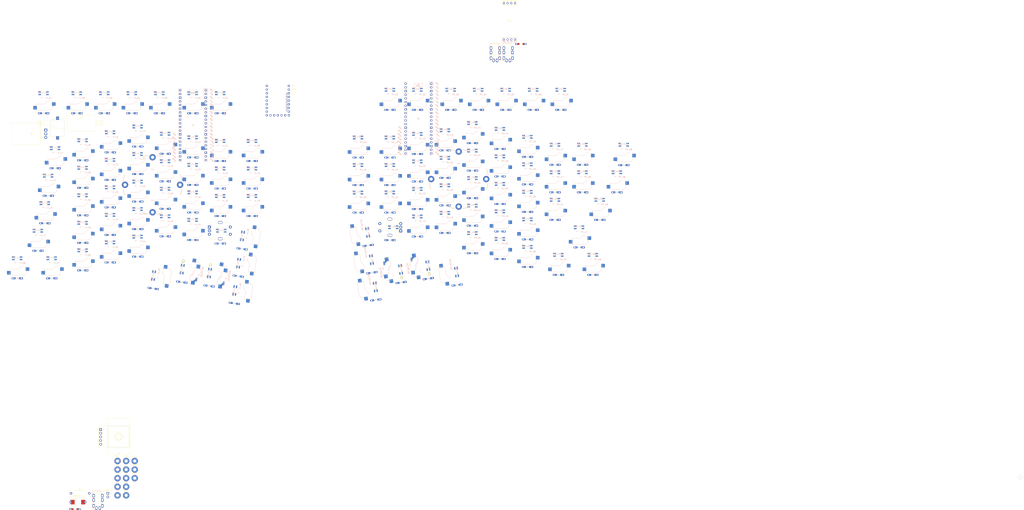
<source format=kicad_pcb>
(kicad_pcb (version 20221018) (generator pcbnew)
  (layers (0 "F.Cu" signal) (31 "B.Cu" signal) (34 "B.Paste" user) (35 "F.Paste" user) (36 "B.SilkS" user "B.Silkscreen") (37 "F.SilkS" user "F.Silkscreen") (38 "B.Mask" user) (39 "F.Mask" user) (44 "Edge.Cuts" user))
  (net 0 "")
  (net 1 "row0")
  (net 2 "row1")
  (net 3 "row2")
  (net 4 "row3")
  (net 5 "row4")
  (net 6 "row5")
  (net 7 "VCC")
  (net 8 "Net-(D102-A)")
  (net 9 "Net-(J_SOL_1-Pin_1)")
  (net 10 "SDA")
  (net 11 "SCL")
  (net 13 "GND")
  (net 14 "SPEAKER")
  (net 15 "Net-(Q1-B)")
  (net 16 "SOLENOID_CONTROL")
  (net 17 "col8")
  (net 18 "LED")
  (net 19 "col7")
  (net 20 "col3")
  (net 21 "col2")
  (net 22 "encA")
  (net 23 "encB")
  (net 24 "data1TX")
  (net 25 "data1RX")
  (net 26 "col0")
  (net 27 "col4")
  (net 28 "col5")
  (net 29 "col6")
  (net 31 "Net-(D1-A)")
  (net 32 "encA_rh")
  (net 36 "Net-(D_LH_00-A)")
  (net 37 "Net-(D_LH_01-A)")
  (net 38 "Net-(D_LH_02-A)")
  (net 39 "Net-(D_LH_03-A)")
  (net 40 "Net-(D_LH_04-A)")
  (net 41 "Net-(D_LH_05-A)")
  (net 42 "Net-(D_LH_06-A)")
  (net 43 "Net-(D_LH_07-A)")
  (net 44 "Net-(D_LH_10-A)")
  (net 45 "Net-(D_LH_11-A)")
  (net 46 "Net-(D_LH_12-A)")
  (net 47 "Net-(D_LH_13-A)")
  (net 48 "Net-(D_LH_14-A)")
  (net 49 "Net-(D_LH_15-A)")
  (net 50 "Net-(D_LH_16-A)")
  (net 51 "Net-(D_LH_17-A)")
  (net 52 "Net-(D_LH_20-A)")
  (net 53 "Net-(D_LH_21-A)")
  (net 54 "Net-(D_LH_22-A)")
  (net 55 "Net-(D_LH_23-A)")
  (net 56 "Net-(D_LH_24-A)")
  (net 57 "Net-(D_LH_25-A)")
  (net 58 "Net-(D_LH_26-A)")
  (net 59 "Net-(D_LH_27-A)")
  (net 60 "Net-(D_LH_30-A)")
  (net 61 "Net-(D_LH_31-A)")
  (net 62 "Net-(D_LH_32-A)")
  (net 63 "Net-(D_LH_33-A)")
  (net 64 "Net-(D_LH_34-A)")
  (net 65 "Net-(D_LH_35-A)")
  (net 66 "Net-(D_LH_36-A)")
  (net 67 "Net-(D_LH_37-A)")
  (net 68 "Net-(D_LH_40-A)")
  (net 69 "SW_LH_41_B")
  (net 70 "Net-(D_LH_42-A)")
  (net 71 "Net-(D_LH_43-A)")
  (net 72 "Net-(D_LH_44-A)")
  (net 73 "Net-(D_LH_45-A)")
  (net 74 "Net-(D_LH_46-A)")
  (net 75 "Net-(D_LH_47-A)")
  (net 76 "Net-(D_LH_50-A)")
  (net 77 "Net-(D_LH_51-A)")
  (net 78 "Net-(D_LH_52-A)")
  (net 79 "Net-(D_LH_53-A)")
  (net 80 "Net-(D_LH_54-A)")
  (net 81 "Net-(D_LH_55-A)")
  (net 82 "Net-(D_LH_56-A)")
  (net 83 "Net-(D_LH_57-A)")
  (net 84 "Net-(D_LH_58-A)")
  (net 85 "Net-(D_RH_00-A)")
  (net 86 "Net-(D_RH_01-A)")
  (net 87 "Net-(D_RH_02-A)")
  (net 88 "Net-(D_RH_03-A)")
  (net 89 "Net-(D_RH_04-A)")
  (net 90 "Net-(D_RH_05-A)")
  (net 91 "Net-(D_RH_06-A)")
  (net 92 "Net-(D_RH_07-A)")
  (net 93 "Net-(D_RH_08-A)")
  (net 94 "Net-(D_RH_10-A)")
  (net 95 "Net-(D_RH_11-A)")
  (net 96 "Net-(D_RH_12-A)")
  (net 97 "Net-(D_RH_13-A)")
  (net 98 "Net-(D_RH_14-A)")
  (net 99 "Net-(D_RH_15-A)")
  (net 100 "Net-(D_RH_16-A)")
  (net 101 "Net-(D_RH_17-A)")
  (net 102 "Net-(D_RH_18-A)")
  (net 103 "Net-(D_RH_20-A)")
  (net 104 "Net-(D_RH_21-A)")
  (net 105 "Net-(D_RH_22-A)")
  (net 106 "Net-(D_RH_23-A)")
  (net 107 "Net-(D_RH_24-A)")
  (net 108 "Net-(D_RH_25-A)")
  (net 109 "Net-(D_RH_26-A)")
  (net 110 "Net-(D_RH_27-A)")
  (net 111 "Net-(D_RH_28-A)")
  (net 112 "Net-(D_RH_30-A)")
  (net 113 "Net-(D_RH_31-A)")
  (net 114 "Net-(D_RH_33-A)")
  (net 115 "Net-(D_RH_34-A)")
  (net 116 "Net-(D_RH_35-A)")
  (net 117 "Net-(D_RH_36-A)")
  (net 118 "Net-(D_RH_37-A)")
  (net 119 "Net-(D_RH_38-A)")
  (net 120 "Net-(D_RH_40-A)")
  (net 121 "SW_RH_41_B")
  (net 122 "Net-(D_RH_42-A)")
  (net 123 "Net-(D_RH_43-A)")
  (net 124 "Net-(D_RH_44-A)")
  (net 125 "Net-(D_RH_45-A)")
  (net 126 "Net-(D_RH_46-A)")
  (net 127 "Net-(D_RH_47-A)")
  (net 128 "Net-(D_RH_48-A)")
  (net 129 "Net-(D_RH_50-A)")
  (net 130 "Net-(D_RH_51-A)")
  (net 131 "Net-(D_RH_52-A)")
  (net 132 "Net-(D_RH_53-A)")
  (net 133 "Net-(D_RH_54-A)")
  (net 134 "Net-(D_RH_55-A)")
  (net 135 "Net-(D_RH_56-A)")
  (net 136 "Net-(D_RH_57-A)")
  (net 137 "Net-(D_RH_58-A)")
  (net 138 "SW_LH_41_A")
  (net 139 "Net-(D_RH_32-A)")
  (net 140 "row0_rh")
  (net 141 "row1_rh")
  (net 142 "row2_rh")
  (net 143 "row3_rh")
  (net 144 "row4_rh")
  (net 145 "row5_rh")
  (net 146 "SW_RH_41_A")
  (net 147 "VDD")
  (net 251 "col0_rh")
  (net 252 "col2_rh")
  (net 253 "col3_rh")
  (net 254 "col4_rh")
  (net 255 "col5_rh")
  (net 256 "col6_rh")
  (net 257 "col7_rh")
  (net 258 "col8_rh")
  (net 362 "encB_rh")
  (net 369 "data1TX_RH")
  (net 370 "data1RX_RH")
  (net 371 "SC")
  (net 372 "MO")
  (net 373 "MI")
  (net 374 "SS")
  (footprint "ergodonk_kicad_library:MJ-4PP-9_CANTOR_KITCHEN_SINK" (layer "F.Cu") (at 98.655 -161.41)
    (fp_text reference "J4")
    (fp_text value "AudioJack4" hide)
  )
  (footprint "MountingHole:MountingHole_2.2mm_M2_Pad_Via" (layer "F.Cu") (at -166.7175 127.69875)
    (fp_text reference "H6")
    (fp_text value "MountingHole")
  )
  (footprint "Resistor_THT:R_Axial_DIN0309_L9.0mm_D3.2mm_P12.70mm_Horizontal" (layer "F.Cu") (at -204.8875 150.06875)
    (fp_text reference "R1")
    (fp_text value "1k")
  )
  (footprint "ergodonk_kicad_library:Tenting_Puck.kicad_mod_nocenter" (layer "F.Cu") (at -148.43125 -63.5)
    (fp_text reference "H14")
    (fp_text value "Tenting puck mount")
  )
  (footprint "ergodonk_kicad_library:pimoroni_trackball" (layer "F.Cu") (at -184.4175 105.93375)
    (fp_text reference "J2")
    (fp_text value "Pimaroni Trackball")
    (fp_rect (start 5.01 -2.55) (end 20.01 12.45) (stroke (width 0.12)) (fill none) (layer "Edge.Cuts"))
  )
  (footprint "MountingHole:MountingHole_2.2mm_M2_Pad_Via" (layer "F.Cu") (at -166.7175 151.49875)
    (fp_text reference "H10")
    (fp_text value "MountingHole")
  )
  (footprint "ergodonk_kicad_library:MUR340S_IN4001_TH_HYBRID" (layer "F.Cu") (at -200.1205 156.17125)
    (fp_text reference "D_SOL_1")
    (fp_text value "MUR340S")
  )
  (footprint "MountingHole:MountingHole_2.2mm_M2_Pad_Via" (layer "F.Cu") (at -172.6675 133.64875)
    (fp_text reference "H2")
    (fp_text value "MountingHole")
  )
  (footprint "ergodonk_pico:D3_TH_SMD_v2" (layer "F.Cu") (at 106.619 -161.01)
    (fp_text reference "D1" hide)
    (fp_text value "D" hide)
  )
  (footprint "MountingHole:MountingHole_2.2mm_M2_Pad_Via" (layer "F.Cu") (at -172.6675 151.49875)
    (fp_text reference "H5")
    (fp_text value "MountingHole")
  )
  (footprint "MountingHole:MountingHole_2.2mm_M2_Pad_Via" (layer "F.Cu") (at -172.6675 145.54875)
    (fp_text reference "H4")
    (fp_text value "MountingHole")
  )
  (footprint "MountingHole:MountingHole_2.2mm_M2_Pad_Via" (layer "F.Cu") (at -160.7675 127.69875)
    (fp_text reference "H11")
    (fp_text value "MountingHole")
  )
  (footprint "ergodonk_pico:D3_TH_SMD_v2" (layer "F.Cu") (at -202.0735 161.04375)
    (fp_text reference "D102" hide)
    (fp_text value "D" hide)
  )
  (footprint "ergodonk_kicad_library:Tenting_Puck.kicad_mod_nocenter" (layer "F.Cu") (at 63.5 -67.46875)
    (fp_text reference "H15")
    (fp_text value "Tenting puck mount")
  )
  (footprint "ergodonk_kicad_library:AST1109MLTRQ" (layer "F.Cu") (at -214.15 -102.76 90)
    (fp_text reference "LS1" hide)
    (fp_text value "AST1109MLTRQ_MAL" hide)
    (fp_rect (start -5.65 -4.65) (end 5.65 4.65) (stroke (width 0.12)) (fill none) (layer "Edge.Cuts"))
  )
  (footprint "ergodonk_kicad_library:OLED SSD1306 128x64 UNVERIFIED" (layer "F.Cu") (at 98.63 -176.61)
    (fp_text reference "OL1")
    (fp_text value "OLED")
  )
  (footprint "ergodonk_kicad_library:RotaryEncoder_EC11_ergodonk_variant" (layer "F.Cu") (at 15.875 -34.13125 180)
    (fp_text reference "SWRH_ROT1")
    (fp_text value "RotaryEncoder_Switch")
  )
  (footprint "ergodonk_kicad_library:MJ-4PP-9_CANTOR_KITCHEN_SINK" (layer "F.Cu") (at -185.2875 148.44375)
    (fp_text reference "J3")
    (fp_text value "AudioJack4" hide)
  )
  (footprint "ergodonk_kicad_library:MJ-4PP-9_CANTOR_KITCHEN_SINK" (layer "F.Cu") (at 89.755 -161.41)
    (fp_text reference "J1")
    (fp_text value "AudioJack4" hide)
  )
  (footprint "clipboard:39367019-bb4e-49d1-b84f-72ef74cff27d" (layer "F.Cu") (at -70.705 -121.79)
    (fp_text reference "")
    (fp_text value "")
  )
  (footprint "MountingHole:MountingHole_2.2mm_M2_Pad_Via" (layer "F.Cu") (at -172.6675 139.59875)
    (fp_text reference "H3")
    (fp_text value "MountingHole")
  )
  (footprint "ergodonk_kicad_library:uxcell a14092600ux0438 solenoid" (layer "F.Cu") (at -197.66 -106.2)
    (fp_text reference "S1")
    (fp_text value "Solenoid")
  )
  (footprint "MountingHole:MountingHole_2.2mm_M2_Pad_Via" (layer "F.Cu") (at -166.7175 133.64875)
    (fp_text reference "H7")
    (fp_text value "MountingHole")
  )
  (footprint "MountingHole:MountingHole_2.2mm_M2_Pad_Via" (layer "F.Cu") (at -160.7675 139.59875)
    (fp_text reference "H13")
    (fp_text value "MountingHole")
  )
  (footprint "MountingHole:MountingHole_2.2mm_M2_Pad_Via" (layer "F.Cu") (at -160.7675 133.64875)
    (fp_text reference "H12")
    (fp_text value "MountingHole")
  )
  (footprint "MountingHole:MountingHole_2.2mm_M2_Pad_Via" (layer "F.Cu") (at -166.7175 145.54875)
    (fp_text reference "H9")
    (fp_text value "MountingHole")
  )
  (footprint "Connector_PinHeader_2.54mm:PinHeader_1x02_P2.54mm_Vertical" (layer "F.Cu") (at -179.3875 150.01875)
    (fp_text reference "J_SOL_1")
    (fp_text value "Conn_01x02_Female")
  )
  (footprint "MountingHole:MountingHole_2.2mm_M2_Pad_Via" (layer "F.Cu") (at -172.6675 127.69875)
    (fp_text reference "H1")
    (fp_text value "MountingHole")
  )
  (footprint "MountingHole:MountingHole_2.2mm_M2_Pad_Via" (layer "F.Cu") (at -166.7175 139.59875)
    (fp_text reference "H8")
    (fp_text value "MountingHole")
  )
  (footprint "ergodonk_kicad_library:RotaryEncoder_EC11_ergodonk_variant" (layer "F.Cu") (at -101.6 -31.75)
    (fp_text reference "SWLH_ROT1")
    (fp_text value "RotaryEncoder_Switch")
  )
  (footprint "ergodonk_kicad_library:Tip 120 with heatsink" (layer "F.Cu") (at -233.6075 -98.79 -90)
    (fp_text reference "Q1")
    (fp_text value "TIP120")
  )
  (footprint "ergodonk_pico:SK6812-MINI-E" (layer "B.Cu") (at -101.6 -74.81 180)
    (fp_text reference "L_LH_21")
    (fp_text value "SK6812MINI-E")
    (fp_line (start -1.7 -1.49) (end -1.7 1.51) (stroke (width 0.1)) (layer "Edge.Cuts"))
    (fp_line (start 1.7 -1.49) (end -1.7 -1.49) (stroke (width 0.1)) (layer "Edge.Cuts"))
    (fp_line (start 1.7 1.51) (end -1.7 1.51) (stroke (width 0.1)) (layer "Edge.Cuts"))
    (fp_line (start 1.7 1.51) (end 1.7 -1.49) (stroke (width 0.1)) (layer "Edge.Cuts"))
  )
  (footprint "ergodonk_pico:V2_CherryMX_Hotswap" (layer "B.Cu") (at -177.8 -37.75 180)
    (fp_text reference "SW_LH_45")
    (fp_text value "SW_PUSH" hide)
  )
  (footprint "ergodonk_pico:SK6812-MINI-E" (layer "B.Cu") (at -147.783895 -0.698785 -98)
    (fp_text reference "L_LH_53")
    (fp_text value "SK6812MINI-E")
    (fp_line (start -1.7 -1.49) (end -1.7 1.51) (stroke (width 0.1)) (layer "Edge.Cuts"))
    (fp_line (start 1.7 -1.49) (end -1.7 -1.49) (stroke (width 0.1)) (layer "Edge.Cuts"))
    (fp_line (start 1.7 1.51) (end -1.7 1.51) (stroke (width 0.1)) (layer "Edge.Cuts"))
    (fp_line (start 1.7 1.51) (end 1.7 -1.49) (stroke (width 0.1)) (layer "Edge.Cuts"))
  )
  (footprint "ergodonk_pico:V2_CherryMX_Hotswap" (layer "B.Cu") (at -158.75 -79.85 180)
    (fp_text reference "SW_LH_24")
    (fp_text value "SW_PUSH" hide)
  )
  (footprint "ergodonk_pico:SK6812-MINI-E" (layer "B.Cu") (at 73.025 -68.14125 180)
    (fp_text reference "L_RH_34")
    (fp_text value "SK6812MINI-E")
    (fp_line (start -1.7 -1.49) (end -1.7 1.51) (stroke (width 0.1)) (layer "Edge.Cuts"))
    (fp_line (start 1.7 -1.49) (end -1.7 -1.49) (stroke (width 0.1)) (layer "Edge.Cuts"))
    (fp_line (start 1.7 1.51) (end -1.7 1.51) (stroke (width 0.1)) (layer "Edge.Cuts"))
    (fp_line (start 1.7 1.51) (end 1.7 -1.49) (stroke (width 0.1)) (layer "Edge.Cuts"))
  )
  (footprint "ergodonk_pico:D3_TH_SMD_v2" (layer "B.Cu") (at 15.875 -63.30625 180)
    (fp_text reference "D_RH_21" hide)
    (fp_text value "D" hide)
  )
  (footprint "ergodonk_pico:D3_TH_SMD_v2" (layer "B.Cu") (at 111.125 -25.70625 180)
    (fp_text reference "D_RH_46" hide)
    (fp_text value "D" hide)
  )
  (footprint "ergodonk_pico:V2_CherryMX_Hotswap" (layer "B.Cu") (at -79.55 -88.9 180)
    (fp_text reference "SW_LH_00")
    (fp_text value "SW_PUSH" hide)
  )
  (footprint "ergodonk_pico:D3_TH_SMD_v2" (layer "B.Cu") (at 111.125 -63.80625 180)
    (fp_text reference "D_RH_26" hide)
    (fp_text value "D" hide)
  )
  (footprint "ergodonk_pico:SK6812-MINI-E" (layer "B.Cu") (at 173.0375 -72.19125 180)
    (fp_text reference "L_RH_38")
    (fp_text value "SK6812MINI-E")
    (fp_line (start -1.7 -1.49) (end -1.7 1.51) (stroke (width 0.1)) (layer "Edge.Cuts"))
    (fp_line (start 1.7 -1.49) (end -1.7 -1.49) (stroke (width 0.1)) (layer "Edge.Cuts"))
    (fp_line (start 1.7 1.51) (end -1.7 1.51) (stroke (width 0.1)) (layer "Edge.Cuts"))
    (fp_line (start 1.7 1.51) (end 1.7 -1.49) (stroke (width 0.1)) (layer "Edge.Cuts"))
  )
  (footprint "ergodonk_pico:V2_CherryMX_Hotswap" (layer "B.Cu") (at -181.8 -121.95 180)
    (fp_text reference "SW_LH_05")
    (fp_text value "SW_PUSH" hide)
  )
  (footprint "ergodonk_pico:SK6812-MINI-E" (layer "B.Cu") (at -218.28125 -12.66 180)
    (fp_text reference "L_LH_57")
    (fp_text value "SK6812MINI-E")
    (fp_line (start -1.7 -1.49) (end -1.7 1.51) (stroke (width 0.1)) (layer "Edge.Cuts"))
    (fp_line (start 1.7 -1.49) (end -1.7 -1.49) (stroke (width 0.1)) (layer "Edge.Cuts"))
    (fp_line (start 1.7 1.51) (end -1.7 1.51) (stroke (width 0.1)) (layer "Edge.Cuts"))
    (fp_line (start 1.7 1.51) (end 1.7 -1.49) (stroke (width 0.1)) (layer "Edge.Cuts"))
  )
  (footprint "ergodonk_pico:SK6812-MINI-E" (layer "B.Cu") (at 146.84375 -34.09125 180)
    (fp_text reference "L_RH_47")
    (fp_text value "SK6812MINI-E")
    (fp_line (start -1.7 -1.49) (end -1.7 1.51) (stroke (width 0.1)) (layer "Edge.Cuts"))
    (fp_line (start 1.7 -1.49) (end -1.7 -1.49) (stroke (width 0.1)) (layer "Edge.Cuts"))
    (fp_line (start 1.7 1.51) (end -1.7 1.51) (stroke (width 0.1)) (layer "Edge.Cuts"))
    (fp_line (start 1.7 1.51) (end 1.7 -1.49) (stroke (width 0.1)) (layer "Edge.Cuts"))
  )
  (footprint "ergodonk_pico:D3_TH_SMD_v2" (layer "B.Cu") (at 23.629622 4.144682 -172)
    (fp_text reference "D_RH_51" hide)
    (fp_text value "D" hide)
  )
  (footprint "ergodonk_pico:D3_TH_SMD_v2" (layer "B.Cu") (at 146.84375 -20.20625 180)
    (fp_text reference "D_RH_47" hide)
    (fp_text value "D" hide)
  )
  (footprint "ergodonk_pico:D3_TH_SMD_v2" (layer "B.Cu") (at -158.75 -32.825 180)
    (fp_text reference "D_LH_44" hide)
    (fp_text value "D" hide)
  )
  (footprint "ergodonk_pico:D3_TH_SMD_v2" (layer "B.Cu") (at 111.125 -82.85625 180)
    (fp_text reference "D_RH_16" hide)
    (fp_text value "D" hide)
  )
  (footprint "ergodonk_pico:SK6812-MINI-E" (layer "B.Cu") (at 23.33468 -4.851825 98)
    (fp_text reference "L_RH_51")
    (fp_text value "SK6812MINI-E")
    (fp_line (start -1.7 -1.49) (end -1.7 1.51) (stroke (width 0.1)) (layer "Edge.Cuts"))
    (fp_line (start 1.7 -1.49) (end -1.7 -1.49) (stroke (width 0.1)) (layer "Edge.Cuts"))
    (fp_line (start 1.7 1.51) (end -1.7 1.51) (stroke (width 0.1)) (layer "Edge.Cuts"))
    (fp_line (start 1.7 1.51) (end 1.7 -1.49) (stroke (width 0.1)) (layer "Edge.Cuts"))
  )
  (footprint "ergodonk_pico:D3_TH_SMD_v2" (layer "B.Cu") (at -177.8 -66.925 180)
    (fp_text reference "D_LH_25" hide)
    (fp_text value "D" hide)
  )
  (footprint "ergodonk_pico:V2_CherryMX_Hotswap" (layer "B.Cu") (at -242.09375 -7.7 180)
    (fp_text reference "SW_LH_58")
    (fp_text value "SW_PUSH" hide)
  )
  (footprint "ergodonk_pico:SK6812-MINI-E" (layer "B.Cu") (at 0.493202 -30.497485 98)
    (fp_text reference "L_RH_30")
    (fp_text value "SK6812MINI-E")
    (fp_line (start -1.7 -1.49) (end -1.7 1.51) (stroke (width 0.1)) (layer "Edge.Cuts"))
    (fp_line (start 1.7 -1.49) (end -1.7 -1.49) (stroke (width 0.1)) (layer "Edge.Cuts"))
    (fp_line (start 1.7 1.51) (end -1.7 1.51) (stroke (width 0.1)) (layer "Edge.Cuts"))
    (fp_line (start 1.7 1.51) (end 1.7 -1.49) (stroke (width 0.1)) (layer "Edge.Cuts"))
  )
  (footprint "ergodonk_pico:SK6812-MINI-E" (layer "B.Cu") (at 18.25625 -34.13125 180)
    (fp_text reference "L_RH_41")
    (fp_text value "SK6812MINI-E")
    (fp_line (start -1.7 -1.49) (end -1.7 1.51) (stroke (width 0.1)) (layer "Edge.Cuts"))
    (fp_line (start 1.7 -1.49) (end -1.7 -1.49) (stroke (width 0.1)) (layer "Edge.Cuts"))
    (fp_line (start 1.7 1.51) (end -1.7 1.51) (stroke (width 0.1)) (layer "Edge.Cuts"))
    (fp_line (start 1.7 1.51) (end 1.7 -1.49) (stroke (width 0.1)) (layer "Edge.Cuts"))
  )
  (footprint "ergodonk_pico:SK6812-MINI-E" (layer "B.Cu") (at -158.75 -84.81 180)
    (fp_text reference "L_LH_24")
    (fp_text value "SK6812MINI-E")
    (fp_line (start -1.7 -1.49) (end -1.7 1.51) (stroke (width 0.1)) (layer "Edge.Cuts"))
    (fp_line (start 1.7 -1.49) (end -1.7 -1.49) (stroke (width 0.1)) (layer "Edge.Cuts"))
    (fp_line (start 1.7 1.51) (end -1.7 1.51) (stroke (width 0.1)) (layer "Edge.Cuts"))
    (fp_line (start 1.7 1.51) (end 1.7 -1.49) (stroke (width 0.1)) (layer "Edge.Cuts"))
  )
  (footprint "ergodonk_pico:SK6812-MINI-E" (layer "B.Cu") (at -120.65 -58.26 180)
    (fp_text reference "L_LH_32")
    (fp_text value "SK6812MINI-E")
    (fp_line (start -1.7 -1.49) (end -1.7 1.51) (stroke (width 0.1)) (layer "Edge.Cuts"))
    (fp_line (start 1.7 -1.49) (end -1.7 -1.49) (stroke (width 0.1)) (layer "Edge.Cuts"))
    (fp_line (start 1.7 1.51) (end -1.7 1.51) (stroke (width 0.1)) (layer "Edge.Cuts"))
    (fp_line (start 1.7 1.51) (end 1.7 -1.49) (stroke (width 0.1)) (layer "Edge.Cuts"))
  )
  (footprint "ergodonk_pico:V2_CherryMX_Hotswap" (layer "B.Cu") (at -86.609753 10.30333 -98)
    (fp_text reference "SW_LH_50")
    (fp_text value "SW_PUSH" hide)
  )
  (footprint "ergodonk_pico:D3_TH_SMD_v2" (layer "B.Cu") (at -158.75 -89.975 180)
    (fp_text reference "D_LH_14" hide)
    (fp_text value "D" hide)
  )
  (footprint "ergodonk_pico:D3_TH_SMD_v2" (layer "B.Cu") (at 34.925 -65.80625 180)
    (fp_text reference "D_RH_22" hide)
    (fp_text value "D" hide)
  )
  (footprint "ergodonk_pico:V2_CherryMX_KailhV2_Hotswap" (layer "B.Cu") (at -123.013343 -4.431463 -98)
    (fp_text reference "SW_LH_52")
    (fp_text value "SW_PUSH" hide)
  )
  (footprint "ergodonk_pico:SK6812-MINI-E" (layer "B.Cu") (at -158.75 -46.71 180)
    (fp_text reference "L_LH_44")
    (fp_text value "SK6812MINI-E")
    (fp_line (start -1.7 -1.49) (end -1.7 1.51) (stroke (width 0.1)) (layer "Edge.Cuts"))
    (fp_line (start 1.7 -1.49) (end -1.7 -1.49) (stroke (width 0.1)) (layer "Edge.Cuts"))
    (fp_line (start 1.7 1.51) (end -1.7 1.51) (stroke (width 0.1)) (layer "Edge.Cuts"))
    (fp_line (start 1.7 1.51) (end 1.7 -1.49) (stroke (width 0.1)) (layer "Edge.Cuts"))
  )
  (footprint "ergodonk_pico:D3_TH_SMD_v2" (layer "B.Cu") (at -218.28125 1.225 180)
    (fp_text reference "D_LH_57" hide)
    (fp_text value "D" hide)
  )
  (footprint "ergodonk_pico:D3_TH_SMD_v2" (layer "B.Cu") (at 53.975 -68.30625 180)
    (fp_text reference "D_RH_23" hide)
    (fp_text value "D" hide)
  )
  (footprint "ergodonk_pico:V2_CherryMX_Hotswap" (layer "B.Cu") (at 177.8 -86.28125 180)
    (fp_text reference "SW_RH_08")
    (fp_text value "SW_PUSH" hide)
  )
  (footprint "ergodonk_pico:V2_CherryMX_Hotswap" (layer "B.Cu") (at 57.146382 -2.389792 98)
    (fp_text reference "SW_RH_53")
    (fp_text value "SW_PUSH" hide)
  )
  (footprint "ergodonk_pico:D3_TH_SMD_v2" (layer "B.Cu") (at 92.075 -50.25625 180)
    (fp_text reference "D_RH_35" hide)
    (fp_text value "D" hide)
  )
  (footprint "ergodonk_pico:V2_CherryMX_Hotswap" (layer "B.Cu") (at -101.6 -88.9 180)
    (fp_text reference "SW_LH_11")
    (fp_text value "SW_PUSH" hide)
  )
  (footprint "ergodonk_pico:D3_TH_SMD_v2" (layer "B.Cu") (at -120.65 -25.325 180)
    (fp_text reference "D_LH_42" hide)
    (fp_text value "D" hide)
  )
  (footprint "ergodonk_pico:SK6812-MINI-E" (layer "B.Cu") (at -127.925073 -5.121762 -98)
    (fp_text reference "L_LH_52")
    (fp_text value "SK6812MINI-E")
    (fp_line (start -1.7 -1.49) (end -1.7 1.51) (stroke (width 0.1)) (layer "Edge.Cuts"))
    (fp_line (start 1.7 -1.49) (end -1.7 -1.49) (stroke (width 0.1)) (layer "Edge.Cuts"))
    (fp_line (start 1.7 1.51) (end -1.7 1.51) (stroke (width 0.1)) (layer "Edge.Cuts"))
    (fp_line (start 1.7 1.51) (end 1.7 -1.49) (stroke (width 0.1)) (layer "Edge.Cuts"))
  )
  (footprint "ergodonk_pico:D3_TH_SMD_v2" (layer "B.Cu") (at -128.220015 3.874743 172)
    (fp_text reference "D_LH_52" hide)
    (fp_text value "D" hide)
  )
  (footprint "ergodonk_pico:V2_CherryMX_Hotswap" (layer "B.Cu") (at 161.13125 -48.18125 180)
    (fp_text reference "SW_RH_48")
    (fp_text value "SW_PUSH" hide)
  )
  (footprint "ergodonk_pico:SK6812-MINI-E" (layer "B.Cu") (at 111.125 -96.74125 180)
    (fp_text reference "L_RH_16")
    (fp_text value "SK6812MINI-E")
    (fp_line (start -1.7 -1.49) (end -1.7 1.51) (stroke (width 0.1)) (layer "Edge.Cuts"))
    (fp_line (start 1.7 -1.49) (end -1.7 -1.49) (stroke (width 0.1)) (layer "Edge.Cuts"))
    (fp_line (start 1.7 1.51) (end -1.7 1.51) (stroke (width 0.1)) (layer "Edge.Cuts"))
    (fp_line (start 1.7 1.51) (end 1.7 -1.49) (stroke (width 0.1)) (layer "Edge.Cuts"))
  )
  (footprint "ergodonk_pico:V2_CherryMX_Hotswap" (layer "B.Cu") (at -158.75 -60.8 180)
    (fp_text reference "SW_LH_34")
    (fp_text value "SW_PUSH" hide)
  )
  (footprint "ergodonk_pico:V2_CherryMX_KailhV2_Hotswap" (layer "B.Cu") (at -104.148736 -1.780221 -98)
    (fp_text reference "SW_LH_51")
    (fp_text value "SW_PUSH" hide)
  )
  (footprint "ergodonk_pico:SK6812-MINI-E" (layer "B.Cu") (at -139.7 -98.86 180)
    (fp_text reference "L_LH_13")
    (fp_text value "SK6812MINI-E")
    (fp_line (start -1.7 -1.49) (end -1.7 1.51) (stroke (width 0.1)) (layer "Edge.Cuts"))
    (fp_line (start 1.7 -1.49) (end -1.7 -1.49) (stroke (width 0.1)) (layer "Edge.Cuts"))
    (fp_line (start 1.7 1.51) (end -1.7 1.51) (stroke (width 0.1)) (layer "Edge.Cuts"))
    (fp_line (start 1.7 1.51) (end 1.7 -1.49) (stroke (width 0.1)) (layer "Edge.Cuts"))
  )
  (footprint "ergodonk_pico:D3_TH_SMD_v2" (layer "B.Cu") (at 149.225 -77.35625 180)
    (fp_text reference "D_RH_18" hide)
    (fp_text value "D" hide)
  )
  (footprint "ergodonk_pico:V2_CherryMX_Hotswap" (layer "B.Cu") (at 53.975 -77.23125 180)
    (fp_text reference "SW_RH_23")
    (fp_text value "SW_PUSH" hide)
  )
  (footprint "ergodonk_pico:SK6812-MINI-E" (layer "B.Cu") (at -158.75 -65.76 180)
    (fp_text reference "L_LH_34")
    (fp_text value "SK6812MINI-E")
    (fp_line (start -1.7 -1.49) (end -1.7 1.51) (stroke (width 0.1)) (layer "Edge.Cuts"))
    (fp_line (start 1.7 -1.49) (end -1.7 -1.49) (stroke (width 0.1)) (layer "Edge.Cuts"))
    (fp_line (start 1.7 1.51) (end -1.7 1.51) (stroke (width 0.1)) (layer "Edge.Cuts"))
    (fp_line (start 1.7 1.51) (end 1.7 -1.49) (stroke (width 0.1)) (layer "Edge.Cuts"))
  )
  (footprint "ergodonk_pico:D3_TH_SMD_v2" (layer "B.Cu") (at -86.51045 -19.144432 172)
    (fp_text reference "D_LH_30" hide)
    (fp_text value "D" hide)
  )
  (footprint "ergodonk_pico:D3_TH_SMD_v2" (layer "B.Cu") (at 15.875 -25.19625 180)
    (fp_text reference "D_RH_41" hide)
    (fp_text value "D" hide)
  )
  (footprint "ergodonk_pico:V2_CherryMX_Hotswap" (layer "B.Cu") (at 15.875 -53.18125 180)
    (fp_text reference "SW_RH_31")
    (fp_text value "SW_PUSH" hide)
  )
  (footprint "ergodonk_pico:V2_CherryMX_Hotswap" (layer "B.Cu") (at -196.85 -70.35 180)
    (fp_text reference "SW_LH_26")
    (fp_text value "SW_PUSH" hide)
  )
  (footprint "ergodonk_pico:SK6812-MINI-E" (layer "B.Cu") (at -6.175 -96.24125 180)
    (fp_text reference "L_RH_00")
    (fp_text value "SK6812MINI-E")
    (fp_line (start -1.7 -1.49) (end -1.7 1.51) (stroke (width 0.1)) (layer "Edge.Cuts"))
    (fp_line (start 1.7 -1.49) (end -1.7 -1.49) (stroke (width 0.1)) (layer "Edge.Cuts"))
    (fp_line (start 1.7 1.51) (end -1.7 1.51) (stroke (width 0.1)) (layer "Edge.Cuts"))
    (fp_line (start 1.7 1.51) (end 1.7 -1.49) (stroke (width 0.1)) (layer "Edge.Cuts"))
  )
  (footprint "ergodonk_pico:V2_CherryMX_Hotswap" (layer "B.Cu") (at 173.0375 -67.23125 180)
    (fp_text reference "SW_RH_38")
    (fp_text value "SW_PUSH" hide)
  )
  (footprint "ergodonk_pico:SK6812-MINI-E" (layer "B.Cu") (at 130.175 -91.24125 180)
    (fp_text reference "L_RH_17")
    (fp_text value "SK6812MINI-E")
    (fp_line (start -1.7 -1.49) (end -1.7 1.51) (stroke (width 0.1)) (layer "Edge.Cuts"))
    (fp_line (start 1.7 -1.49) (end -1.7 -1.49) (stroke (width 0.1)) (layer "Edge.Cuts"))
    (fp_line (start 1.7 1.51) (end -1.7 1.51) (stroke (width 0.1)) (layer "Edge.Cuts"))
    (fp_line (start 1.7 1.51) (end 1.7 -1.49) (stroke (width 0.1)) (layer "Edge.Cuts"))
  )
  (footprint "ergodonk_pico:SK6812-MINI-E" (layer "B.Cu") (at 15.875 -96.24125 180)
    (fp_text reference "L_RH_11")
    (fp_text value "SK6812MINI-E")
    (fp_line (start -1.7 -1.49) (end -1.7 1.51) (stroke (width 0.1)) (layer "Edge.Cuts"))
    (fp_line (start 1.7 -1.49) (end -1.7 -1.49) (stroke (width 0.1)) (layer "Edge.Cuts"))
    (fp_line (start 1.7 1.51) (end -1.7 1.51) (stroke (width 0.1)) (layer "Edge.Cuts"))
    (fp_line (start 1.7 1.51) (end 1.7 -1.49) (stroke (width 0.1)) (layer "Edge.Cuts"))
  )
  (footprint "ergodonk_pico:D3_TH_SMD_v2" (layer "B.Cu") (at 96.075 -115.40625 180)
    (fp_text reference "D_RH_05" hide)
    (fp_text value "D" hide)
  )
  (footprint "ergodonk_pico:SK6812-MINI-E" (layer "B.Cu") (at -196.85 -56.26 180)
    (fp_text reference "L_LH_36")
    (fp_text value "SK6812MINI-E")
    (fp_line (start -1.7 -1.49) (end -1.7 1.51) (stroke (width 0.1)) (layer "Edge.Cuts"))
    (fp_line (start 1.7 -1.49) (end -1.7 -1.49) (stroke (width 0.1)) (layer "Edge.Cuts"))
    (fp_line (start 1.7 1.51) (end -1.7 1.51) (stroke (width 0.1)) (layer "Edge.Cuts"))
    (fp_line (start 1.7 1.51) (end 1.7 -1.49) (stroke (width 0.1)) (layer "Edge.Cuts"))
  )
  (footprint "ergodonk_pico:SK6812-MINI-E" (layer "B.Cu") (at 130.175 -72.19125 180)
    (fp_text reference "L_RH_27")
    (fp_text value "SK6812MINI-E")
    (fp_line (start -1.7 -1.49) (end -1.7 1.51) (stroke (width 0.1)) (layer "Edge.Cuts"))
    (fp_line (start 1.7 -1.49) (end -1.7 -1.49) (stroke (width 0.1)) (layer "Edge.Cuts"))
    (fp_line (start 1.7 1.51) (end -1.7 1.51) (stroke (width 0.1)) (layer "Edge.Cuts"))
    (fp_line (start 1.7 1.51) (end 1.7 -1.49) (stroke (width 0.1)) (layer "Edge.Cuts"))
  )
  (footprint "ergodonk_pico:SK6812-MINI-E" (layer "B.Cu") (at -196.85 -75.31 180)
    (fp_text reference "L_LH_26")
    (fp_text value "SK6812MINI-E")
    (fp_line (start -1.7 -1.49) (end -1.7 1.51) (stroke (width 0.1)) (layer "Edge.Cuts"))
    (fp_line (start 1.7 -1.49) (end -1.7 -1.49) (stroke (width 0.1)) (layer "Edge.Cuts"))
    (fp_line (start 1.7 1.51) (end -1.7 1.51) (stroke (width 0.1)) (layer "Edge.Cuts"))
    (fp_line (start 1.7 1.51) (end 1.7 -1.49) (stroke (width 0.1)) (layer "Edge.Cuts"))
  )
  (footprint "ergodonk_pico:D3_TH_SMD_v2" (layer "B.Cu") (at 73.025 -16.15625 180)
    (fp_text reference "D_RH_54" hide)
    (fp_text value "D" hide)
  )
  (footprint "ergodonk_pico:V2_CherryMX_Hotswap" (layer "B.Cu") (at -79.55 -50.8 180)
    (fp_text reference "SW_LH_20")
    (fp_text value "SW_PUSH" hide)
  )
  (footprint "ergodonk_pico:D3_TH_SMD_v2" (layer "B.Cu") (at 149.225 -58.30625 180)
    (fp_text reference "D_RH_28" hide)
    (fp_text value "D" hide)
  )
  (footprint "ergodonk_pico:D3_TH_SMD_v2" (layer "B.Cu") (at 15.875 -115.40625 180)
    (fp_text reference "D_RH_01" hide)
    (fp_text value "D" hide)
  )
  (footprint "ergodonk_pico:SK6812-MINI-E" (layer "B.Cu") (at 34.925 -98.74125 180)
    (fp_text reference "L_RH_12")
    (fp_text value "SK6812MINI-E")
    (fp_line (start -1.7 -1.49) (end -1.7 1.51) (stroke (width 0.1)) (layer "Edge.Cuts"))
    (fp_line (start 1.7 -1.49) (end -1.7 -1.49) (stroke (width 0.1)) (layer "Edge.Cuts"))
    (fp_line (start 1.7 1.51) (end -1.7 1.51) (stroke (width 0.1)) (layer "Edge.Cuts"))
    (fp_line (start 1.7 1.51) (end 1.7 -1.49) (stroke (width 0.1)) (layer "Edge.Cuts"))
  )
  (footprint "ergodonk_pico:SK6812-MINI-E" (layer "B.Cu") (at 34.940714 -129.29125 180)
    (fp_text reference "L_RH_2")
    (fp_text value "SK6812MINI-E")
    (fp_line (start -1.7 -1.49) (end -1.7 1.51) (stroke (width 0.1)) (layer "Edge.Cuts"))
    (fp_line (start 1.7 -1.49) (end -1.7 -1.49) (stroke (width 0.1)) (layer "Edge.Cuts"))
    (fp_line (start 1.7 1.51) (end -1.7 1.51) (stroke (width 0.1)) (layer "Edge.Cuts"))
    (fp_line (start 1.7 1.51) (end 1.7 -1.49) (stroke (width 0.1)) (layer "Edge.Cuts"))
  )
  (footprint "ergodonk_pico:V2_CherryMX_Hotswap" (layer "B.Cu") (at 92.075 -21.08125 180)
    (fp_text reference "SW_RH_55")
    (fp_text value "SW_PUSH" hide)
  )
  (footprint "ergodonk_pico:V2_CherryMX_Hotswap" (layer "B.Cu") (at 73.025 -82.23125 180)
    (fp_text reference "SW_RH_24")
    (fp_text value "SW_PUSH" hide)
  )
  (footprint "ergodonk_pico:V2_CherryMX_Hotswap" (layer "B.Cu") (at 156.36875 -10.08125 180)
    (fp_text reference "SW_RH_58")
    (fp_text value "SW_PUSH" hide)
  )
  (footprint "ergodonk_pico:V2_CherryMX_Hotswap" (layer "B.Cu") (at -79.55 -69.85 180)
    (fp_text reference "SW_LH_10")
    (fp_text value "SW_PUSH" hide)
  )
  (footprint "ergodonk_pico:D3_TH_SMD_v2" (layer "B.Cu") (at -120.65 -63.425 180)
    (fp_text reference "D_LH_22" hide)
    (fp_text value "D" hide)
  )
  (footprint "ergodonk_pico:SK6812-MINI-E" (layer "B.Cu") (at 149.225 -72.19125 180)
    (fp_text reference "L_RH_28")
    (fp_text value "SK6812MINI-E")
    (fp_line (start -1.7 -1.49) (end -1.7 1.51) (stroke (width 0.1)) (layer "Edge.Cuts"))
    (fp_line (start 1.7 -1.49) (end -1.7 -1.49) (stroke (width 0.1)) (layer "Edge.Cuts"))
    (fp_line (start 1.7 1.51) (end -1.7 1.51) (stroke (width 0.1)) (layer "Edge.Cuts"))
    (fp_line (start 1.7 1.51) (end 1.7 -1.49) (stroke (width 0.1)) (layer "Edge.Cuts"))
  )
  (footprint "ergodonk_pico:V2_CherryMX_Hotswap" (layer "B.Cu") (at -120.65 -72.35 180)
    (fp_text reference "SW_LH_22")
    (fp_text value "SW_PUSH" hide)
  )
  (footprint "ergodonk_pico:SK6812-MINI-E" (layer "B.Cu") (at 156.36875 -15.04125 180)
    (fp_text reference "L_RH_58")
    (fp_text value "SK6812MINI-E")
    (fp_line (start -1.7 -1.49) (end -1.7 1.51) (stroke (width 0.1)) (layer "Edge.Cuts"))
    (fp_line (start 1.7 -1.49) (end -1.7 -1.49) (stroke (width 0.1)) (layer "Edge.Cuts"))
    (fp_line (start 1.7 1.51) (end -1.7 1.51) (stroke (width 0.1)) (layer "Edge.Cuts"))
    (fp_line (start 1.7 1.51) (end 1.7 -1.49) (stroke (width 0.1)) (layer "Edge.Cuts"))
  )
  (footprint "ergodonk_pico:D3_TH_SMD_v2" (layer "B.Cu") (at 130.175 -77.35625 180)
    (fp_text reference "D_RH_17" hide)
    (fp_text value "D" hide)
  )
  (footprint "ergodonk_pico:V2_CherryMX_Hotswap" (layer "B.Cu") (at -158.75 -98.9 180)
    (fp_text reference "SW_LH_14")
    (fp_text value "SW_PUSH" hide)
  )
  (footprint "ergodonk_pico:D3_TH_SMD_v2" (layer "B.Cu") (at 53.975 -30.20625 180)
    (fp_text reference "D_RH_43" hide)
    (fp_text value "D" hide)
  )
  (footprint "ergodonk_pico:SK6812-MINI-E" (layer "B.Cu") (at 77.02 -129.29125 180)
    (fp_text reference "L_RH_4")
    (fp_text value "SK6812MINI-E")
    (fp_line (start -1.7 -1.49) (end -1.7 1.51) (stroke (width 0.1)) (layer "Edge.Cuts"))
    (fp_line (start 1.7 -1.49) (end -1.7 -1.49) (stroke (width 0.1)) (layer "Edge.Cuts"))
    (fp_line (start 1.7 1.51) (end -1.7 1.51) (stroke (width 0.1)) (layer "Edge.Cuts"))
    (fp_line (start 1.7 1.51) (end 1.7 -1.49) (stroke (width 0.1)) (layer "Edge.Cuts"))
  )
  (footprint "ergodonk_pico:V2_CherryMX_Hotswap" (layer "B.Cu") (at -196.85 -51.3 180)
    (fp_text reference "SW_LH_36")
    (fp_text value "SW_PUSH" hide)
  )
  (footprint "ergodonk_pico:D3_TH_SMD_v2" (layer "B.Cu") (at 73.025 -35.20625 180)
    (fp_text reference "D_RH_44" hide)
    (fp_text value "D" hide)
  )
  (footprint "ergodonk_pico:SK6812-MINI-E" (layer "B.Cu") (at 111.125 -39.59125 180)
    (fp_text reference "L_RH_46")
    (fp_text value "SK6812MINI-E")
    (fp_line (start -1.7 -1.49) (end -1.7 1.51) (stroke (width 0.1)) (layer "Edge.Cuts"))
    (fp_line (start 1.7 -1.49) (end -1.7 -1.49) (stroke (width 0.1)) (layer "Edge.Cuts"))
    (fp_line (start 1.7 1.51) (end -1.7 1.51) (stroke (width 0.1)) (layer "Edge.Cuts"))
    (fp_line (start 1.7 1.51) (end 1.7 -1.49) (stroke (width 0.1)) (layer "Edge.Cuts"))
  )
  (footprint "ergodonk_pico:SK6812-MINI-E" (layer "B.Cu") (at -215.9 -88.86 180)
    (fp_text reference "L_LH_17")
    (fp_text value "SK6812MINI-E")
    (fp_line (start -1.7 -1.49) (end -1.7 1.51) (stroke (width 0.1)) (layer "Edge.Cuts"))
    (fp_line (start 1.7 -1.49) (end -1.7 -1.49) (stroke (width 0.1)) (layer "Edge.Cuts"))
    (fp_line (start 1.7 1.51) (end -1.7 1.51) (stroke (width 0.1)) (layer "Edge.Cuts"))
    (fp_line (start 1.7 1.51) (end 1.7 -1.49) (stroke (width 0.1)) (layer "Edge.Cuts"))
  )
  (footprint "ergodonk_pico:D3_TH_SMD_v2" (layer "B.Cu") (at -196.85 -80.475 180)
    (fp_text reference "D_LH_16" hide)
    (fp_text value "D" hide)
  )
  (footprint "ergodonk_pico:V2_CherryMX_KailhV2_Hotswap" (layer "B.Cu") (at 37.287558 -6.812772 98)
    (fp_text reference "SW_RH_52")
    (fp_text value "SW_PUSH" hide)
  )
  (footprint "ergodonk_pico:V2_CherryMX_Hotswap" (layer "B.Cu") (at 34.925 -93.78125 180)
    (fp_text reference "SW_RH_12")
    (fp_text value "SW_PUSH" hide)
  )
  (footprint "ergodonk_pico:V2_CherryMX_Hotswap" (layer "B.Cu") (at -139.7 -55.8 180)
    (fp_text reference "SW_LH_33")
    (fp_text value "SW_PUSH" hide)
  )
  (footprint "ergodonk_pico:SK6812-MINI-E" (layer "B.Cu") (at 53.975 -44.09125 180)
    (fp_text reference "L_RH_43")
    (fp_text value "SK6812MINI-E")
    (fp_line (start -1.7 -1.49) (end -1.7 1.51) (stroke (width 0.1)) (layer "Edge.Cuts"))
    (fp_line (start 1.7 -1.49) (end -1.7 -1.49) (stroke (width 0.1)) (layer "Edge.Cuts"))
    (fp_line (start 1.7 1.51) (end -1.7 1.51) (stroke (width 0.1)) (layer "Edge.Cuts"))
    (fp_line (start 1.7 1.51) (end 1.7 -1.49) (stroke (width 0.1)) (layer "Edge.Cuts"))
  )
  (footprint "ergodonk_pico:V2_CherryMX_Hotswap" (layer "B.Cu") (at -200.85 -121.95 180)
    (fp_text reference "SW_LH_06")
    (fp_text value "SW_PUSH" hide)
  )
  (footprint "ergodonk_pico:SK6812-MINI-E" (layer "B.Cu") (at -79.55 -55.76 180)
    (fp_text reference "L_LH_20")
    (fp_text value "SK6812MINI-E")
    (fp_line (start -1.7 -1.49) (end -1.7 1.51) (stroke (width 0.1)) (layer "Edge.Cuts"))
    (fp_line (start 1.7 -1.49) (end -1.7 -1.49) (stroke (width 0.1)) (layer "Edge.Cuts"))
    (fp_line (start 1.7 1.51) (end -1.7 1.51) (stroke (width 0.1)) (layer "Edge.Cuts"))
    (fp_line (start 1.7 1.51) (end 1.7 -1.49) (stroke (width 0.1)) (layer "Edge.Cuts"))
  )
  (footprint "ergodonk_pico:D3_TH_SMD_v2" (layer "B.Cu") (at 111.125 -6.65625 180)
    (fp_text reference "D_RH_56" hide)
    (fp_text value "D" hide)
  )
  (footprint "ergodonk_pico:V2_CherryMX_Hotswap" (layer "B.Cu") (at -139.7 -36.75 180)
    (fp_text reference "SW_LH_43")
    (fp_text value "SW_PUSH" hide)
  )
  (footprint "ergodonk_pico:SK6812-MINI-E" (layer "B.Cu") (at 62.058112 -3.08009 98)
    (fp_text reference "L_RH_53")
    (fp_text value "SK6812MINI-E")
    (fp_line (start -1.7 -1.49) (end -1.7 1.51) (stroke (width 0.1)) (layer "Edge.Cuts"))
    (fp_line (start 1.7 -1.49) (end -1.7 -1.49) (stroke (width 0.1)) (layer "Edge.Cuts"))
    (fp_line (start 1.7 1.51) (end -1.7 1.51) (stroke (width 0.1)) (layer "Edge.Cuts"))
    (fp_line (start 1.7 1.51) (end 1.7 -1.49) (stroke (width 0.1)) (layer "Edge.Cuts"))
  )
  (footprint "ergodonk_pico:D3_TH_SMD_v2" (layer "B.Cu") (at -196.85 -23.325 180)
    (fp_text reference "D_LH_46" hide)
    (fp_text value "D" hide)
  )
  (footprint "ergodonk_pico:V2_CherryMX_Hotswap" (layer "B.Cu") (at -139.7 -93.9 180)
    (fp_text reference "SW_LH_13")
    (fp_text value "SW_PUSH" hide)
  )
  (footprint "ergodonk_pico:D3_TH_SMD_v2" (layer "B.Cu") (at -200.85 -113.025 180)
    (fp_text reference "D_LH_06" hide)
    (fp_text value "D" hide)
  )
  (footprint "ergodonk_pico:D3_TH_SMD_v2" (layer "B.Cu") (at -223.9 -113.025 180)
    (fp_text reference "D_LH_07" hide)
    (fp_text value "D" hide)
  )
  (footprint "ergodonk_pico:D3_TH_SMD_v2" (layer "B.Cu") (at 111.125 -44.75625 180)
    (fp_text reference "D_RH_36" hide)
    (fp_text value "D" hide)
  )
  (footprint "ergodonk_pico:SK6812-MINI-E" (layer "B.Cu") (at 161.13125 -53.14125 180)
    (fp_text reference "L_RH_48")
    (fp_text value "SK6812MINI-E")
    (fp_line (start -1.7 -1.49) (end -1.7 1.51) (stroke (width 0.1)) (layer "Edge.Cuts"))
    (fp_line (start 1.7 -1.49) (end -1.7 -1.49) (stroke (width 0.1)) (layer "Edge.Cuts"))
    (fp_line (start 1.7 1.51) (end -1.7 1.51) (stroke (width 0.1)) (layer "Edge.Cuts"))
    (fp_line (start 1.7 1.51) (end 1.7 -1.49) (stroke (width 0.1)) (layer "Edge.Cuts"))
  )
  (footprint "ergodonk_pico:V2_CherryMX_Hotswap" (layer "B.Cu") (at -177.8 -56.8 180)
    (fp_text reference "SW_LH_35")
    (fp_text value "SW_PUSH" hide)
  )
  (footprint "ergodonk_pico:SK6812-MINI-E" (layer "B.Cu") (at -139.7 -60.76 180)
    (fp_text reference "L_LH_33")
    (fp_text value "SK6812MINI-E")
    (fp_line (start -1.7 -1.49) (end -1.7 1.51) (stroke (width 0.1)) (layer "Edge.Cuts"))
    (fp_line (start 1.7 -1.49) (end -1.7 -1.49) (stroke (width 0.1)) (layer "Edge.Cuts"))
    (fp_line (start 1.7 1.51) (end -1.7 1.51) (stroke (width 0.1)) (layer "Edge.Cuts"))
    (fp_line (start 1.7 1.51) (end 1.7 -1.49) (stroke (width 0.1)) (layer "Edge.Cuts"))
  )
  (footprint "ergodonk_pico:SK6812-MINI-E" (layer "B.Cu") (at -6.175 -77.19125 180)
    (fp_text reference "L_RH_10")
    (fp_text value "SK6812MINI-E")
    (fp_line (start -1.7 -1.49) (end -1.7 1.51) (stroke (width 0.1)) (layer "Edge.Cuts"))
    (fp_line (start 1.7 -1.49) (end -1.7 -1.49) (stroke (width 0.1)) (layer "Edge.Cuts"))
    (fp_line (start 1.7 1.51) (end -1.7 1.51) (stroke (width 0.1)) (layer "Edge.Cuts"))
    (fp_line (start 1.7 1.51) (end 1.7 -1.49) (stroke (width 0.1)) (layer "Edge.Cuts"))
  )
  (footprint "ergodonk_pico:V2_CherryMX_Hotswap" (layer "B.Cu") (at -143.7 -121.95 180)
    (fp_text reference "SW_LH_03")
    (fp_text value "SW_PUSH" hide)
  )
  (footprint "ergodonk_pico:SK6812-MINI-E" (layer "B.Cu") (at -196.85 -94.36 180)
    (fp_text reference "L_LH_16")
    (fp_text value "SK6812MINI-E")
    (fp_line (start -1.7 -1.49) (end -1.7 1.51) (stroke (width 0.1)) (layer "Edge.Cuts"))
    (fp_line (start 1.7 -1.49) (end -1.7 -1.49) (stroke (width 0.1)) (layer "Edge.Cuts"))
    (fp_line (start 1.7 1.51) (end -1.7 1.51) (stroke (width 0.1)) (layer "Edge.Cuts"))
    (fp_line (start 1.7 1.51) (end 1.7 -1.49) (stroke (width 0.1)) (layer "Edge.Cuts"))
  )
  (footprint "ergodonk_pico:D3_TH_SMD_v2" (layer "B.Cu") (at 73.025 -92.35625 180)
    (fp_text reference "D_RH_14" hide)
    (fp_text value "D" hide)
  )
  (footprint "ergodonk_pico:SK6812-MINI-E" (layer "B.Cu") (at 34.925 -41.59125 180)
    (fp_text reference "L_RH_42")
    (fp_text value "SK6812MINI-E")
    (fp_line (start -1.7 -1.49) (end -1.7 1.51) (stroke (width 0.1)) (layer "Edge.Cuts"))
    (fp_line (start 1.7 -1.49) (end -1.7 -1.49) (stroke (width 0.1)) (layer "Edge.Cuts"))
    (fp_line (start 1.7 1.51) (end -1.7 1.51) (stroke (width 0.1)) (layer "Edge.Cuts"))
    (fp_line (start 1.7 1.51) (end 1.7 -1.49) (stroke (width 0.1)) (layer "Edge.Cuts"))
  )
  (footprint "ergodonk_pico:SK6812-MINI-E" (layer "B.Cu") (at 15.875 -129.29125 180)
    (fp_text reference "L_RH_1")
    (fp_text value "SK6812MINI-E")
    (fp_line (start -1.7 -1.49) (end -1.7 1.51) (stroke (width 0.1)) (layer "Edge.Cuts"))
    (fp_line (start 1.7 -1.49) (end -1.7 -1.49) (stroke (width 0.1)) (layer "Edge.Cuts"))
    (fp_line (start 1.7 1.51) (end -1.7 1.51) (stroke (width 0.1)) (layer "Edge.Cuts"))
    (fp_line (start 1.7 1.51) (end 1.7 -1.49) (stroke (width 0.1)) (layer "Edge.Cuts"))
  )
  (footprint "ergodonk_pico:V2_CherryMX_KailhV2_Hotswap" (layer "B.Cu") (at 18.422951 -4.161526 98)
    (fp_text reference "SW_RH_51")
    (fp_text value "SW_PUSH" hide)
  )
  (footprint "ergodonk_pico:D3_TH_SMD_v2" (layer "B.Cu") (at 156.36875 -1.15625 180)
    (fp_text reference "D_RH_58" hide)
    (fp_text value "D" hide)
  )
  (footprint "ergodonk_pico:V2_CherryMX_Hotswap" (layer "B.Cu") (at 96.075 -124.33125 180)
    (fp_text reference "SW_RH_05")
    (fp_text value "SW_PUSH" hide)
  )
  (footprint "ergodonk_pico:SK6812-MINI-E" (layer "B.Cu") (at 177.8 -91.24125 180)
    (fp_text reference "L_RH_8")
    (fp_text value "SK6812MINI-E")
    (fp_line (start -1.7 -1.49) (end -1.7 1.51) (stroke (width 0.1)) (layer "Edge.Cuts"))
    (fp_line (start 1.7 -1.49) (end -1.7 -1.49) (stroke (width 0.1)) (layer "Edge.Cuts"))
    (fp_line (start 1.7 1.51) (end -1.7 1.51) (stroke (width 0.1)) (layer "Edge.Cuts"))
    (fp_line (start 1.7 1.51) (end 1.7 -1.49) (stroke (width 0.1)) (layer "Edge.Cuts"))
  )
  (footprint "ergodonk_pico:SK6812-MINI-E" (layer "B.Cu") (at 34.925 -79.69125 180)
    (fp_text reference "L_RH_22")
    (fp_text value "SK6812MINI-E")
    (fp_line (start -1.7 -1.49) (end -1.7 1.51) (stroke (width 0.1)) (layer "Edge.Cuts"))
    (fp_line (start 1.7 -1.49) (end -1.7 -1.49) (stroke (width 0.1)) (layer "Edge.Cuts"))
    (fp_line (start 1.7 1.51) (end -1.7 1.51) (stroke (width 0.1)) (layer "Edge.Cuts"))
    (fp_line (start 1.7 1.51) (end 1.7 -1.49) (stroke (width 0.1)) (layer "Edge.Cuts"))
  )
  (footprint "ergodonk_pico:V2_CherryMX_Hotswap" (layer "B.Cu") (at 0.883968 7.922025 98)
    (fp_text reference "SW_RH_50")
    (fp_text value "SW_PUSH" hide)
  )
  (footprint "ergodonk_pico:SK6812-MINI-E" (layer "B.Cu") (at -120.65 -96.36 180)
    (fp_text reference "L_LH_12")
    (fp_text value "SK6812MINI-E")
    (fp_line (start -1.7 -1.49) (end -1.7 1.51) (stroke (width 0.1)) (layer "Edge.Cuts"))
    (fp_line (start 1.7 -1.49) (end -1.7 -1.49) (stroke (width 0.1)) (layer "Edge.Cuts"))
    (fp_line (start 1.7 1.51) (end -1.7 1.51) (stroke (width 0.1)) (layer "Edge.Cuts"))
    (fp_line (start 1.7 1.51) (end 1.7 -1.49) (stroke (width 0.1)) (layer "Edge.Cuts"))
  )
  (footprint "ergodonk_pico:V2_CherryMX_Hotswap" (layer "B.Cu") (at 115.125 -124.33125 180)
    (fp_text reference "SW_RH_06")
    (fp_text value "SW_PUSH" hide)
  )
  (footprint "ergodonk_pico:D3_TH_SMD_v2" (layer "B.Cu") (at 3.435914 -2.66113 -172)
    (fp_text reference "D_RH_40" hide)
    (fp_text value "D" hide)
  )
  (footprint "ergodonk_pico:V2_CherryMX_Hotswap" (layer "B.Cu") (at -218.28125 -7.7 180)
    (fp_text reference "SW_LH_57")
    (fp_text value "SW_PUSH" hide)
  )
  (footprint "ergodonk_pico:RPi_Pico_SMD_TH_DS_Ergodonk_v1" (layer "B.Cu") (at 35.703 -109.37 180)
    (fp_text reference "U2")
    (fp_text value "Pico" hide)
  )
  (footprint "ergodonk_pico:SK6812-MINI-E" (layer "B.Cu") (at -177.8 -99.86 180)
    (fp_text reference "L_LH_15")
    (fp_text value "SK6812MINI-E")
    (fp_line (start -1.7 -1.49) (end -1.7 1.51) (stroke (width 0.1)) (layer "Edge.Cuts"))
    (fp_line (start 1.7 -1.49) (end -1.7 -1.49) (stroke (width 0.1)) (layer "Edge.Cuts"))
    (fp_line (start 1.7 1.51) (end -1.7 1.51) (stroke (width 0.1)) (layer "Edge.Cuts"))
    (fp_line (start 1.7 1.51) (end 1.7 -1.49) (stroke (width 0.1)) (layer "Edge.Cuts"))
  )
  (footprint "ergodonk_pico:D3_TH_SMD_v2" (layer "B.Cu") (at 92.075 -88.35625 180)
    (fp_text reference "D_RH_15" hide)
    (fp_text value "D" hide)
  )
  (footprint "ergodonk_pico:V2_CherryMX_Hotswap" (layer "B.Cu") (at 15.875 -124.33125 180)
    (fp_text reference "SW_RH_01")
    (fp_text value "SW_PUSH" hide)
  )
  (footprint "ergodonk_pico:V2_CherryMX_Hotswap" (layer "B.Cu") (at 111.125 -72.73125 180)
    (fp_text reference "SW_RH_26")
    (fp_text value "SW_PUSH" hide)
  )
  (footprint "ergodonk_pico:D3_TH_SMD_v2" (layer "B.Cu") (at -139.7 -27.825 180)
    (fp_text reference "D_LH_43" hide)
    (fp_text value "D" hide)
  )
  (footprint "ergodonk_pico:V2_CherryMX_Hotswap" (layer "B.Cu") (at 130.175 -48.18125 180)
    (fp_text reference "SW_RH_37")
    (fp_text value "SW_PUSH" hide)
  )
  (footprint "ergodonk_pico:D3_TH_SMD_v2" (layer "B.Cu") (at -143.7 -113.025 180)
    (fp_text reference "D_LH_03" hide)
    (fp_text value "D" hide)
  )
  (footprint "ergodonk_pico:SK6812-MINI-E" (layer "B.Cu") (at 5.795697 7.231726 98)
    (fp_text reference "L_RH_50")
    (fp_text value "SK6812MINI-E")
    (fp_line (start -1.7 -1.49) (end -1.7 1.51) (stroke (width 0.1)) (layer "Edge.Cuts"))
    (fp_line (start 1.7 -1.49) (end -1.7 -1.49) (stroke (width 0.1)) (layer "Edge.Cuts"))
    (fp_line (start 1.7 1.51) (end -1.7 1.51) (stroke (width 0.1)) (layer "Edge.Cuts"))
    (fp_line (start 1.7 1.51) (end 1.7 -1.49) (stroke (width 0.1)) (layer "Edge.Cuts"))
  )
  (footprint "ergodonk_pico:SK6812-MINI-E" (layer "B.Cu") (at 53.975 -63.14125 180)
    (fp_text reference "L_RH_33")
    (fp_text value "SK6812MINI-E")
    (fp_line (start -1.7 -1.49) (end -1.7 1.51) (stroke (width 0.1)) (layer "Edge.Cuts"))
    (fp_line (start 1.7 -1.49) (end -1.7 -1.49) (stroke (width 0.1)) (layer "Edge.Cuts"))
    (fp_line (start 1.7 1.51) (end -1.7 1.51) (stroke (width 0.1)) (layer "Edge.Cuts"))
    (fp_line (start 1.7 1.51) (end 1.7 -1.49) (stroke (width 0.1)) (layer "Edge.Cuts"))
  )
  (footprint "ergodonk_pico:D3_TH_SMD_v2" (layer "B.Cu") (at -89.161698 -0.279824 172)
    (fp_text reference "D_LH_40" hide)
    (fp_text value "D" hide)
  )
  (footprint "ergodonk_pico:SK6812-MINI-E" (layer "B.Cu") (at 130.175 -53.14125 180)
    (fp_text reference "L_RH_37")
    (fp_text value "SK6812MINI-E")
    (fp_line (start -1.7 -1.49) (end -1.7 1.51) (stroke (width 0.1)) (layer "Edge.Cuts"))
    (fp_line (start 1.7 -1.49) (end -1.7 -1.49) (stroke (width 0.1)) (layer "Edge.Cuts"))
    (fp_line (start 1.7 1.51) (end -1.7 1.51) (stroke (width 0.1)) (layer "Edge.Cuts"))
    (fp_line (start 1.7 1.51) (end 1.7 -1.49) (stroke (width 0.1)) (layer "Edge.Cuts"))
  )
  (footprint "ergodonk_pico:D3_TH_SMD_v2" (layer "B.Cu") (at 115.125 -115.40625 180)
    (fp_text reference "D_RH_06" hide)
    (fp_text value "D" hide)
  )
  (footprint "ergodonk_pico:V2_CherryMX_Hotswap" (layer "B.Cu") (at -81.307258 -27.425881 -98)
    (fp_text reference "SW_LH_30")
    (fp_text value "SW_PUSH" hide)
  )
  (footprint "ergodonk_pico:V2_CherryMX_Hotswap" (layer "B.Cu") (at 134.175 -124.33125 180)
    (fp_text reference "SW_RH_07")
    (fp_text value "SW_PUSH" hide)
  )
  (footprint "ergodonk_pico:SK6812-MINI-E" (layer "B.Cu") (at -162.75 -126.91 180)
    (fp_text reference "L_LH_4")
    (fp_text value "SK6812MINI-E")
    (fp_line (start -1.7 -1.49) (end -1.7 1.51) (stroke (width 0.1)) (layer "Edge.Cuts"))
    (fp_line (start 1.7 -1.49) (end -1.7 -1.49) (stroke (width 0.1)) (layer "Edge.Cuts"))
    (fp_line (start 1.7 1.51) (end -1.7 1.51) (stroke (width 0.1)) (layer "Edge.Cuts"))
    (fp_line (start 1.7 1.51) (end 1.7 -1.49) (stroke (width 0.1)) (layer "Edge.Cuts"))
  )
  (footprint "ergodonk_pico:SK6812-MINI-E" (layer "B.Cu") (at 96.075 -129.29125 180)
    (fp_text reference "L_RH_5")
    (fp_text value "SK6812MINI-E")
    (fp_line (start -1.7 -1.49) (end -1.7 1.51) (stroke (width 0.1)) (layer "Edge.Cuts"))
    (fp_line (start 1.7 -1.49) (end -1.7 -1.49) (stroke (width 0.1)) (layer "Edge.Cuts"))
    (fp_line (start 1.7 1.51) (end -1.7 1.51) (stroke (width 0.1)) (layer "Edge.Cuts"))
    (fp_line (start 1.7 1.51) (end 1.7 -1.49) (stroke (width 0.1)) (layer "Edge.Cuts"))
  )
  (footprint "ergodonk_pico:D3_TH_SMD_v2" (layer "B.Cu") (at -139.7 -46.875 180)
    (fp_text reference "D_LH_33" hide)
    (fp_text value "D" hide)
  )
  (footprint "ergodonk_pico:V2_CherryMX_Hotswap" (layer "B.Cu") (at 53.975 -96.28125 180)
    (fp_text reference "SW_RH_13")
    (fp_text value "SW_PUSH" hide)
  )
  (footprint "ergodonk_pico:SK6812-MINI-E" (layer "B.Cu") (at -177.8 -42.71 180)
    (fp_text reference "L_LH_45")
    (fp_text value "SK6812MINI-E")
    (fp_line (start -1.7 -1.49) (end -1.7 1.51) (stroke (width 0.1)) (layer "Edge.Cuts"))
    (fp_line (start 1.7 -1.49) (end -1.7 -1.49) (stroke (width 0.1)) (layer "Edge.Cuts"))
    (fp_line (start 1.7 1.51) (end -1.7 1.51) (stroke (width 0.1)) (layer "Edge.Cuts"))
    (fp_line (start 1.7 1.51) (end 1.7 -1.49) (stroke (width 0.1)) (layer "Edge.Cuts"))
  )
  (footprint "ergodonk_pico:V2_CherryMX_Hotswap" (layer "B.Cu") (at -139.7 -74.85 180)
    (fp_text reference "SW_LH_23")
    (fp_text value "SW_PUSH" hide)
  )
  (footprint "ergodonk_pico:SK6812-MINI-E" (layer "B.Cu") (at 92.075 -45.09125 180)
    (fp_text reference "L_RH_45")
    (fp_text value "SK6812MINI-E")
    (fp_line (start -1.7 -1.49) (end -1.7 1.51) (stroke (width 0.1)) (layer "Edge.Cuts"))
    (fp_line (start 1.7 -1.49) (end -1.7 -1.49) (stroke (width 0.1)) (layer "Edge.Cuts"))
    (fp_line (start 1.7 1.51) (end -1.7 1.51) (stroke (width 0.1)) (layer "Edge.Cuts"))
    (fp_line (start 1.7 1.51) (end 1.7 -1.49) (stroke (width 0.1)) (layer "Edge.Cuts"))
  )
  (footprint "ergodonk_pico:D3_TH_SMD_v2" (layer "B.Cu") (at -196.85 -4.275 180)
    (fp_text reference "D_LH_56" hide)
    (fp_text value "D" hide)
  )
  (footprint "ergodonk_pico:V2_CherryMX_Hotswap" (layer "B.Cu") (at 92.075 -97.28125 180)
    (fp_text reference "SW_RH_15")
    (fp_text value "SW_PUSH" hide)
  )
  (footprint "ergodonk_pico:V2_CherryMX_Hotswap" (layer "B.Cu") (at 34.925 -36.63125 180)
    (fp_text reference "SW_RH_42")
    (fp_text value "SW_PUSH" hide)
  )
  (footprint "ergodonk_pico:D3_TH_SMD_v2" (layer "B.Cu") (at 161.13125 -39.25625 180)
    (fp_text reference "D_RH_48" hide)
    (fp_text value "D" hide)
  )
  (footprint "ergodonk_pico:V2_CherryMX_Hotswap" (layer "B.Cu") (at 34.925 -74.73125 180)
    (fp_text reference "SW_RH_22")
    (fp_text value "SW_PUSH" hide)
  )
  (footprint "ergodonk_pico:D3_TH_SMD_v2" (layer "B.Cu") (at 42.494229 1.493435 -172)
    (fp_text reference "D_RH_52" hide)
    (fp_text value "D" hide)
  )
  (footprint "ergodonk_pico:D3_TH_SMD_v2" (layer "B.Cu") (at -79.55 -60.925 180)
    (fp_text reference "D_LH_10" hide)
    (fp_text value "D" hide)
  )
  (footprint "ergodonk_pico:V2_CherryMX_Hotswap" (layer "B.Cu") (at -120.65 -53.3 180)
    (fp_text reference "SW_LH_32")
    (fp_text value "SW_PUSH" hide)
  )
  (footprint "ergodonk_pico:D3_TH_SMD_v2" (layer "B.Cu") (at -158.75 -13.775 180)
    (fp_text reference "D_LH_54" hide)
    (fp_text value "D" hide)
  )
  (footprint "ergodonk_pico:SK6812-MINI-E" (layer "B.Cu") (at -242.09375 -12.66 180)
    (fp_text reference "L_LH_58")
    (fp_text value "SK6812MINI-E")
    (fp_line (start -1.7 -1.49) (end -1.7 1.51) (stroke (width 0.1)) (layer "Edge.Cuts"))
    (fp_line (start 1.7 -1.49) (end -1.7 -1.49) (stroke (width 0.1)) (layer "Edge.Cuts"))
    (fp_line (start 1.7 1.51) (end -1.7 1.51) (stroke (width 0.1)) (layer "Edge.Cuts"))
    (fp_line (start 1.7 1.51) (end 1.7 -1.49) (stroke (width 0.1)) (layer "Edge.Cuts"))
  )
  (footprint "ergodonk_pico:V2_CherryMX_Hotswap" (layer "B.Cu") (at 132.55625 -10.08125 180)
    (fp_text reference "SW_RH_57")
    (fp_text value "SW_PUSH" hide)
  )
  (footprint "ergodonk_pico:D3_TH_SMD_v2" (layer "B.Cu") (at -242.09375 1.225 180)
    (fp_text reference "D_LH_58" hide)
    (fp_text value "D" hide)
  )
  (footprint "ergodonk_pico:V2_CherryMX_Hotswap" (layer "B.Cu") (at 92.075 -59.18125 180)
    (fp_text reference "SW_RH_35")
    (fp_text value "SW_PUSH" hide)
  )
  (footprint "ergodonk_pico:V2_CherryMX_Hotswap" (layer "B.Cu") (at -142.872166 -0.008486 -98)
    (fp_text reference "SW_LH_53")
    (fp_text value "SW_PUSH" hide)
  )
  (footprint "ergodonk_pico:V2_CherryMX_Hotswap" (layer "B.Cu") (at 111.125 -34.63125 180)
    (fp_text reference "SW_RH_46")
    (fp_text value "SW_PUSH" hide)
  )
  (footprint "ergodonk_pico:SK6812-MINI-E" (layer "B.Cu") (at 15.875 -77.19125 180)
    (fp_text reference "L_RH_21")
    (fp_text value "SK6812MINI-E")
    (fp_line (start -1.7 -1.49) (end -1.7 1.51) (stroke (width 0.1)) (layer "Edge.Cuts"))
    (fp_line (start 1.7 -1.49) (end -1.7 -1.49) (stroke (width 0.1)) (layer "Edge.Cuts"))
    (fp_line (start 1.7 1.51) (end -1.7 1.51) (stroke (width 0.1)) (layer "Edge.Cuts"))
    (fp_line (start 1.7 1.51) (end 1.7 -1.49) (stroke (width 0.1)) (layer "Edge.Cuts"))
  )
  (footprint "ergodonk_pico:SK6812-MINI-E" (layer "B.Cu") (at 111.125 -20.54125 180)
    (fp_text reference "L_RH_56")
    (fp_text value "SK6812MINI-E")
    (fp_line (start -1.7 -1.49) (end -1.7 1.51) (stroke (width 0.1)) (layer "Edge.Cuts"))
    (fp_line (start 1.7 -1.49) (end -1.7 -1.49) (stroke (width 0.1)) (layer "Edge.Cuts"))
    (fp_line (start 1.7 1.51) (end -1.7 1.51) (stroke (width 0.1)) (layer "Edge.Cuts"))
    (fp_line (start 1.7 1.51) (end 1.7 -1.49) (stroke (width 0.1)) (layer "Edge.Cuts"))
  )
  (footprint "ergodonk_pico:SK6812-MINI-E" (layer "B.Cu") (at -120.65 -77.31 180)
    (fp_text reference "L_LH_22")
    (fp_text value "SK6812MINI-E")
    (fp_line (start -1.7 -1.49) (end -1.7 1.51) (stroke (width 0.1)) (layer "Edge.Cuts"))
    (fp_line (start 1.7 -1.49) (end -1.7 -1.49) (stroke (width 0.1)) (layer "Edge.Cuts"))
    (fp_line (start 1.7 1.51) (end -1.7 1.51) (stroke (width 0.1)) (layer "Edge.Cuts"))
    (fp_line (start 1.7 1.51) (end 1.7 -1.49) (stroke (width 0.1)) (layer "Edge.Cuts"))
  )
  (footprint "ergodonk_pico:D3_TH_SMD_v2" (layer "B.Cu") (at 15.875 -44.25625 180)
    (fp_text reference "D_RH_31" hide)
    (fp_text value "D" hide)
  )
  (footprint "ergodonk_pico:D3_TH_SMD_v2" (layer "B.Cu") (at 130.175 -58.30625 180)
    (fp_text reference "D_RH_27" hide)
    (fp_text value "D" hide)
  )
  (footprint "ergodonk_pico:D3_TH_SMD_v2" (layer "B.Cu") (at -223.034461 -36.887694 180)
    (fp_text reference "D_LH_37" hide)
    (fp_text value "D" hide)
  )
  (footprint "ergodonk_pico:D3_TH_SMD_v2" (layer "B.Cu") (at 173.0375 -58.30625 180)
    (fp_text reference "D_RH_38" hide)
    (fp_text value "D" hide)
  )
  (footprint "ergodonk_pico:SK6812-MINI-E" (layer "B.Cu") (at -79.55 -93.86 180)
    (fp_text reference "L_LH_00")
    (fp_text value "SK6812MINI-E")
    (fp_line (start -1.7 -1.49) (end -1.7 1.51) (stroke (width 0.1)) (layer "Edge.Cuts"))
    (fp_line (start 1.7 -1.49) (end -1.7 -1.49) (stroke (width 0.1)) (layer "Edge.Cuts"))
    (fp_line (start 1.7 1.51) (end -1.7 1.51) (stroke (width 0.1)) (layer "Edge.Cuts"))
    (fp_line (start 1.7 1.51) (end 1.7 -1.49) (stroke (width 0.1)) (layer "Edge.Cuts"))
  )
  (footprint "ergodonk_pico:D3_TH_SMD_v2" (layer "B.Cu") (at 77.02 -115.40625 180)
    (fp_text reference "D_RH_04" hide)
    (fp_text value "D" hide)
  )
  (footprint "ergodonk_pico:D3_TH_SMD_v2" (layer "B.Cu") (at -162.75 -113.025 180)
    (fp_text reference "D_LH_04" hide)
    (fp_text value "D" hide)
  )
  (footprint "ergodonk_pico:D3_TH_SMD_v2" (layer "B.Cu") (at 130.175 -39.25625 180)
    (fp_text reference "D_RH_37" hide)
    (fp_text value "D" hide)
  )
  (footprint "ergodonk_pico:D3_TH_SMD_v2" (layer "B.Cu") (at -139.7 -65.925 180)
    (fp_text reference "D_LH_23" hide)
    (fp_text value "D" hide)
  )
  (footprint "ergodonk_pico:SK6812-MINI-E" (layer "B.Cu") (at 73.025 -30.04125 180)
    (fp_text reference "L_RH_54")
    (fp_text value "SK6812MINI-E")
    (fp_line (start -1.7 -1.49) (end -1.7 1.51) (stroke (width 0.1)) (layer "Edge.Cuts"))
    (fp_line (start 1.7 -1.49) (end -1.7 -1.49) (stroke (width 0.1)) (layer "Edge.Cuts"))
    (fp_line (start 1.7 1.51) (end -1.7 1.51) (stroke (width 0.1)) (layer "Edge.Cuts"))
    (fp_line (start 1.7 1.51) (end 1.7 -1.49) (stroke (width 0.1)) (layer "Edge.Cuts"))
  )
  (footprint "ergodonk_pico:D3_TH_SMD_v2" (layer "B.Cu") (at -79.55 -41.875 180)
    (fp_text reference "D_LH_20" hide)
    (fp_text value "D" hide)
  )
  (footprint "ergodonk_pico:D3_TH_SMD_v2" (layer "B.Cu") (at 34.925 -27.70625 180)
    (fp_text reference "D_RH_42" hide)
    (fp_text value "D" hide)
  )
  (footprint "ergodonk_pico:D3_TH_SMD_v2" (layer "B.Cu") (at -109.355407 6.525987 172)
    (fp_text reference "D_LH_51" hide)
    (fp_text value "D" hide)
  )
  (footprint "ergodonk_pico:SK6812-MINI-E" (layer "B.Cu") (at -223.9 -126.91 180)
    (fp_text reference "L_LH_7")
    (fp_text value "SK6812MINI-E")
    (fp_line (start -1.7 -1.49) (end -1.7 1.51) (stroke (width 0.1)) (layer "Edge.Cuts"))
    (fp_line (start 1.7 -1.49) (end -1.7 -1.49) (stroke (width 0.1)) (layer "Edge.Cuts"))
    (fp_line (start 1.7 1.51) (end -1.7 1.51) (stroke (width 0.1)) (layer "Edge.Cuts"))
    (fp_line (start 1.7 1.51) (end 1.7 -1.49) (stroke (width 0.1)) (layer "Edge.Cuts"))
  )
  (footprint "ergodonk_pico:D3_TH_SMD_v2" (layer "B.Cu") (at -120.65 -44.375 180)
    (fp_text reference "D_LH_32" hide)
    (fp_text value "D" hide)
  )
  (footprint "ergodonk_pico:V2_CherryMX_Hotswap" (layer "B.Cu") (at -120.65 -91.4 180)
    (fp_text reference "SW_LH_12")
    (fp_text value "SW_PUSH" hide)
  )
  (footprint "ergodonk_pico:V2_CherryMX_Hotswap" (layer "B.Cu") (at 73.025 -63.18125 180)
    (fp_text reference "SW_RH_34")
    (fp_text value "SW_PUSH" hide)
  )
  (footprint "ergodonk_pico:D3_TH_SMD_v2" (layer "B.Cu") (at -177.8 -28.825 180)
    (fp_text reference "D_LH_45" hide)
    (fp_text value "D" hide)
  )
  (footprint "ergodonk_pico:SK6812-MINI-E" (layer "B.Cu") (at 92.075 -26.04125 180)
    (fp_text reference "L_RH_55")
    (fp_text value "SK6812MINI-E")
    (fp_line (start -1.7 -1.49) (end -1.7 1.51) (stroke (width 0.1)) (layer "Edge.Cuts"))
    (fp_line (start 1.7 -1.49) (end -1.7 -1.49) (stroke (width 0.1)) (layer "Edge.Cuts"))
    (fp_line (start 1.7 1.51) (end -1.7 1.51) (stroke (width 0.1)) (layer "Edge.Cuts"))
    (fp_line (start 1.7 1.51) (end 1.7 -1.49) (stroke (width 0.1)) (layer "Edge.Cuts"))
  )
  (footprint "ergodonk_pico:D3_TH_SMD_v2" (layer "B.Cu") (at 15.875 -82.35625 180)
    (fp_text reference "D_RH_11" hide)
    (fp_text value "D" hide)
  )
  (footprint "ergodonk_pico:V2_CherryMX_Hotswap" (layer "B.Cu") (at 73.025 -25.08125 180)
    (fp_text reference "SW_RH_54")
    (fp_text value "SW_PUSH" hide)
  )
  (footprint "ergodonk_pico:SK6812-MINI-E" (layer "B.Cu") (at -200.85 -126.91 180)
    (fp_text reference "L_LH_6")
    (fp_text value "SK6812MINI-E")
    (fp_line (start -1.7 -1.49) (end -1.7 1.51) (stroke (width 0.1)) (layer "Edge.Cuts"))
    (fp_line (start 1.7 -1.49) (end -1.7 -1.49) (stroke (width 0.1)) (layer "Edge.Cuts"))
    (fp_line (start 1.7 1.51) (end -1.7 1.51) (stroke (width 0.1)) (layer "Edge.Cuts"))
    (fp_line (start 1.7 1.51) (end 1.7 -1.49) (stroke (width 0.1)) (layer "Edge.Cuts"))
  )
  (footprint "ergodonk_pico:V2_CherryMX_Hotswap" (layer "B.Cu") (at -196.85 -13.2 180)
    (fp_text reference "SW_LH_56")
    (fp_text value "SW_PUSH" hide)
  )
  (footprint "ergodonk_pico:SK6812-MINI-E" (layer "B.Cu") (at -139.7 -41.71 180)
    (fp_text reference "L_LH_43")
    (fp_text value "SK6812MINI-E")
    (fp_line (start -1.7 -1.49) (end -1.7 1.51) (stroke (width 0.1)) (layer "Edge.Cuts"))
    (fp_line (start 1.7 -1.49) (end -1.7 -1.49) (stroke (width 0.1)) (layer "Edge.Cuts"))
    (fp_line (start 1.7 1.51) (end -1.7 1.51) (stroke (width 0.1)) (layer "Edge.Cuts"))
    (fp_line (start 1.7 1.51) (end 1.7 -1.49) (stroke (width 0.1)) (layer "Edge.Cuts"))
  )
  (footprint "ergodonk_pico:D3_TH_SMD_v2" (layer "B.Cu") (at -6.175 -44.25625 180)
    (fp_text reference "D_RH_20" hide)
    (fp_text value "D" hide)
  )
  (footprint "ergodonk_pico:V2_CherryMX_Hotswap" (layer "B.Cu") (at -162.75 -121.95 180)
    (fp_text reference "SW_LH_04")
    (fp_text value "SW_PUSH" hide)
  )
  (footprint "ergodonk_pico:D3_TH_SMD_v2" (layer "B.Cu") (at 53.975 -87.35625 180)
    (fp_text reference "D_RH_13" hide)
    (fp_text value "D" hide)
  )
  (footprint "ergodonk_pico:D3_TH_SMD_v2" (layer "B.Cu") (at -181.8 -113.025 180)
    (fp_text reference "D_LH_05" hide)
    (fp_text value "D" hide)
  )
  (footprint "ergodonk_pico:D3_TH_SMD_v2" (layer "B.Cu") (at 34.925 -46.75625 180)
    (fp_text reference "D_RH_32" hide)
    (fp_text value "D" hide)
  )
  (footprint "ergodonk_pico:D3_TH_SMD_v2" (layer "B.Cu") (at -101.6 -60.925 180)
    (fp_text reference "D_LH_21" hide)
    (fp_text value "D" hide)
  )
  (footprint "ergodonk_pico:SK6812-MINI-E" (layer "B.Cu") (at 92.075 -102.24125 180)
    (fp_text reference "L_RH_15")
    (fp_text value "SK6812MINI-E")
    (fp_line (start -1.7 -1.49) (end -1.7 1.51) (stroke (width 0.1)) (layer "Edge.Cuts"))
    (fp_line (start 1.7 -1.49) (end -1.7 -1.49) (stroke (width 0.1)) (layer "Edge.Cuts"))
    (fp_line (start 1.7 1.51) (end -1.7 1.51) (stroke (width 0.1)) (layer "Edge.Cuts"))
    (fp_line (start 1.7 1.51) (end 1.7 -1.49) (stroke (width 0.1)) (layer "Edge.Cuts"))
  )
  (footprint "ergodonk_pico:D3_TH_SMD_v2" (layer "B.Cu") (at -120.65 -82.475 180)
    (fp_text reference "D_LH_12" hide)
    (fp_text value "D" hide)
  )
  (footprint "ergodonk_pico:SK6812-MINI-E" (layer "B.Cu") (at -223.034461 -50.772694 180)
    (fp_text reference "L_LH_37")
    (fp_text value "SK6812MINI-E")
    (fp_line (start -1.7 -1.49) (end -1.7 1.51) (stroke (width 0.1)) (layer "Edge.Cuts"))
    (fp_line (start 1.7 -1.49) (end -1.7 -1.49) (stroke (width 0.1)) (layer "Edge.Cuts"))
    (fp_line (start 1.7 1.51) (end -1.7 1.51) (stroke (width 0.1)) (layer "Edge.Cuts"))
    (fp_line (start 1.7 1.51) (end 1.7 -1.49) (stroke (width 0.1)) (layer "Edge.Cuts"))
  )
  (footprint "ergodonk_pico:SK6812-MINI-E" (layer "B.Cu") (at -143.7 -126.91 180)
    (fp_text reference "L_LH_3")
    (fp_text value "SK6812MINI-E")
    (fp_line (start -1.7 -1.49) (end -1.7 1.51) (stroke (width 0.1)) (layer "Edge.Cuts"))
    (fp_line (start 1.7 -1.49) (end -1.7 -1.49) (stroke (width 0.1)) (layer "Edge.Cuts"))
    (fp_line (start 1.7 1.51) (end -1.7 1.51) (stroke (width 0.1)) (layer "Edge.Cuts"))
    (fp_line (start 1.7 1.51) (end 1.7 -1.49) (stroke (width 0.1)) (layer "Edge.Cuts"))
  )
  (footprint "ergodonk_pico:D3_TH_SMD_v2" (layer "B.Cu") (at 92.075 -31.20625 180)
    (fp_text reference "D_RH_45" hide)
    (fp_text value "D" hide)
  )
  (footprint "ergodonk_pico:D3_TH_SMD_v2" (layer "B.Cu") (at 53.975 -49.25625 180)
    (fp_text reference "D_RH_33" hide)
    (fp_text value "D" hide)
  )
  (footprint "ergodonk_pico:D3_TH_SMD_v2" (layer "B.Cu") (at 92.075 -69.30625 180)
    (fp_text reference "D_RH_25" hide)
    (fp_text value "D" hide)
  )
  (footprint "ergodonk_pico:D3_TH_SMD_v2" (layer "B.Cu") (at -177.8 -9.775 180)
    (fp_text reference "D_LH_55" hide)
    (fp_text value "D" hide)
  )
  (footprint "ergodonk_pico:D3_TH_SMD_v2" (layer "B.Cu") (at 132.55625 -1.15625 180)
    (fp_text reference "D_RH_57" hide)
    (fp_text value "D" hide)
  )
  (footprint "ergodonk_pico:SK6812-MINI-E" (layer "B.Cu") (at 53.975 -82.19125 180)
    (fp_text reference "L_RH_23")
    (fp_text value "SK6812MINI-E")
    (fp_line (start -1.7 -1.49) (end -1.7 1.51) (stroke (width 0.1)) (layer "Edge.Cuts"))
    (fp_line (start 1.7 -1.49) (end -1.7 -1.49) (stroke (width 0.1)) (layer "Edge.Cuts"))
    (fp_line (start 1.7 1.51) (end -1.7 1.51) (stroke (width 0.1)) (layer "Edge.Cuts"))
    (fp_line (start 1.7 1.51) (end 1.7 -1.49) (stroke (width 0.1)) (layer "Edge.Cuts"))
  )
  (footprint "ergodonk_pico:D3_TH_SMD_v2" (layer "B.Cu") (at -196.85 -61.425 180)
    (fp_text reference "D_LH_26" hide)
    (fp_text value "D" hide)
  )
  (footprint "ergodonk_pico:D3_TH_SMD_v2" (layer "B.Cu") (at -220.6625 -55.924999 180)
    (fp_text reference "D_LH_27" hide)
    (fp_text value "D" hide)
  )
  (footprint "ergodonk_pico:SK6812-MINI-E" (layer "B.Cu") (at 115.125 -129.29125 180)
    (fp_text reference "L_RH_6")
    (fp_text value "SK6812MINI-E")
    (fp_line (start -1.7 -1.49) (end -1.7 1.51) (stroke (width 0.1)) (layer "Edge.Cuts"))
    (fp_line (start 1.7 -1.49) (end -1.7 -1.49) (stroke (width 0.1)) (layer "Edge.Cuts"))
    (fp_line (start 1.7 1.51) (end -1.7 1.51) (stroke (width 0.1)) (layer "Edge.Cuts"))
    (fp_line (start 1.7 1.51) (end 1.7 -1.49) (stroke (width 0.1)) (layer "Edge.Cuts"))
  )
  (footprint "ergodonk_pico:SK6812-MINI-E" (layer "B.Cu") (at 111.125 -58.64125 180)
    (fp_text reference "L_RH_36")
    (fp_text value "SK6812MINI-E")
    (fp_line (start -1.7 -1.49) (end -1.7 1.51) (stroke (width 0.1)) (layer "Edge.Cuts"))
    (fp_line (start 1.7 -1.49) (end -1.7 -1.49) (stroke (width 0.1)) (layer "Edge.Cuts"))
    (fp_line (start 1.7 1.51) (end -1.7 1.51) (stroke (width 0.1)) (layer "Edge.Cuts"))
    (fp_line (start 1.7 1.51) (end 1.7 -1.49) (stroke (width 0.1)) (layer "Edge.Cuts"))
  )
  (footprint "ergodonk_pico:SK6812-MINI-E" (layer "B.Cu") (at 15.875 -58.19902 180)
    (fp_text reference "L_RH_31")
    (fp_text value "SK6812MINI-E")
    (fp_line (start -1.7 -1.49) (end -1.7 1.51) (stroke (width 0.1)) (layer "Edge.Cuts"))
    (fp_line (start 1.7 -1.49) (end -1.7 -1.49) (stroke (width 0.1)) (layer "Edge.Cuts"))
    (fp_line (start 1.7 1.51) (end -1.7 1.51) (stroke (width 0.1)) (layer "Edge.Cuts"))
    (fp_line (start 1.7 1.51) (end 1.7 -1.49) (stroke (width 0.1)) (layer "Edge.Cuts"))
  )
  (footprint "ergodonk_pico:V2_CherryMX_Hotswap" (layer "B.Cu") (at -4.418527 -29.807187 98)
    (fp_text reference "SW_RH_30")
    (fp_text value "SW_PUSH" hide)
  )
  (footprint "ergodonk_pico:SK6812-MINI-E" (layer "B.Cu") (at -227.796961 -31.722694 180)
    (fp_text reference "L_LH_47")
    (fp_text value "SK6812MINI-E")
    (fp_line (start -1.7 -1.49) (end -1.7 1.51) (stroke (width 0.1)) (layer "Edge.Cuts"))
    (fp_line (start 1.7 -1.49) (end -1.7 -1.49) (stroke (width 0.1)) (layer "Edge.Cuts"))
    (fp_line (start 1.7 1.51) (end -1.7 1.51) (stroke (width 0.1)) (layer "Edge.Cuts"))
    (fp_line (start 1.7 1.51) (end 1.7 -1.49) (stroke (width 0.1)) (layer "Edge.Cuts"))
  )
  (footprint "ergodonk_pico:V2_CherryMX_Hotswap" (layer "B.Cu") (at 130.175 -86.28125 180)
    (fp_text reference "SW_RH_17")
    (fp_text value "SW_PUSH" hide)
  )
  (footprint "ergodonk_pico:SK6812-MINI-E" (layer "B.Cu") (at -158.75 -103.86 180)
    (fp_text reference "L_LH_14")
    (fp_text value "SK6812MINI-E")
    (fp_line (start -1.7 -1.49) (end -1.7 1.51) (stroke (width 0.1)) (layer "Edge.Cuts"))
    (fp_line (start 1.7 -1.49) (end -1.7 -1.49) (stroke (width 0.1)) (layer "Edge.Cuts"))
    (fp_line (start 1.7 1.51) (end -1.7 1.51) (stroke (width 0.1)) (layer "Edge.Cuts"))
    (fp_line (start 1.7 1.51) (end 1.7 -1.49) (stroke (width 0.1)) (layer "Edge.Cuts"))
  )
  (footprint "ergodonk_pico:SK6812-MINI-E" (layer "B.Cu") (at -120.65 -126.91 180)
    (fp_text reference "L_LH_2")
    (fp_text value "SK6812MINI-E")
    (fp_line (start -1.7 -1.49) (end -1.7 1.51) (stroke (width 0.1)) (layer "Edge.Cuts"))
    (fp_line (start 1.7 -1.49) (end -1.7 -1.49) (stroke (width 0.1)) (layer "Edge.Cuts"))
    (fp_line (start 1.7 1.51) (end -1.7 1.51) (stroke (width 0.1)) (layer "Edge.Cuts"))
    (fp_line (start 1.7 1.51) (end 1.7 -1.49) (stroke (width 0.1)) (layer "Edge.Cuts"))
  )
  (footprint "ergodonk_pico:V2_CherryMX_Hotswap" (layer "B.Cu") (at 53.975 -58.18125 180)
    (fp_text reference "SW_RH_33")
    (fp_text value "SW_PUSH" hide)
  )
  (footprint "ergodonk_pico:V2_CherryMX_Hotswap" (layer "B.Cu") (at 92.075 -78.23125 180)
    (fp_text reference "SW_RH_25")
    (fp_text value "SW_PUSH" hide)
  )
  (footprint "ergodonk_pico:V2_CherryMX_Hotswap" (layer "B.Cu") (at 15.875 -72.23125 180)
    (fp_text reference "SW_RH_21")
    (fp_text value "SW_PUSH" hide)
  )
  (footprint "ergodonk_pico:V2_CherryMX_Hotswap" (layer "B.Cu") (at -177.8 -94.9 180)
    (fp_text reference "SW_LH_15")
    (fp_text value "SW_PUSH" hide)
  )
  (footprint "ergodonk_pico:V2_CherryMX_Hotswap" (layer "B.Cu") (at -177.8 -75.85 180)
    (fp_text reference "SW_LH_25")
    (fp_text value "SW_PUSH" hide)
  )
  (footprint "ergodonk_pico:SK6812-MINI-E" (layer "B.Cu") (at -6.175 -58.14125 180)
    (fp_text reference "L_RH_20")
    (fp_text value "SK6812MINI-E")
    (fp_line (start -1.7 -1.49) (end -1.7 1.51) (stroke (width 0.1)) (layer "Edge.Cuts"))
    (fp_line (start 1.7 -1.49) (end -1.7 -1.49) (stroke (width 0.1)) (layer "Edge.Cuts"))
    (fp_line (start 1.7 1.51) (end -1.7 1.51) (stroke (width 0.1)) (layer "Edge.Cuts"))
    (fp_line (start 1.7 1.51) (end 1.7 -1.49) (stroke (width 0.1)) (layer "Edge.Cuts"))
  )
  (footprint "ergodonk_pico:SK6812-MINI-E" (layer "B.Cu") (at -220.6625 -69.809999 180)
    (fp_text reference "L_LH_27")
    (fp_text value "SK6812MINI-E")
    (fp_line (start -1.7 -1.49) (end -1.7 1.51) (stroke (width 0.1)) (layer "Edge.Cuts"))
    (fp_line (start 1.7 -1.49) (end -1.7 -1.49) (stroke (width 0.1)) (layer "Edge.Cuts"))
    (fp_line (start 1.7 1.51) (end -1.7 1.51) (stroke (width 0.1)) (layer "Edge.Cuts"))
    (fp_line (start 1.7 1.51) (end 1.7 -1.49) (stroke (width 0.1)) (layer "Edge.Cuts"))
  )
  (footprint "ergodonk_pico:D3_TH_SMD_v2" (layer "B.Cu") (at 73.025 -73.30625 180)
    (fp_text reference "D_RH_24" hide)
    (fp_text value "D" hide)
  )
  (footprint "ergodonk_pico:SK6812-MINI-E" (layer "B.Cu") (at 73.025 -106.24125 180)
    (fp_text reference "L_RH_14")
    (fp_text value "SK6812MINI-E")
    (fp_line (start -1.7 -1.49) (end -1.7 1.51) (stroke (width 0.1)) (layer "Edge.Cuts"))
    (fp_line (start 1.7 -1.49) (end -1.7 -1.49) (stroke (width 0.1)) (layer "Edge.Cuts"))
    (fp_line (start 1.7 1.51) (end -1.7 1.51) (stroke (width 0.1)) (layer "Edge.Cuts"))
    (fp_line (start 1.7 1.51) (end 1.7 -1.49) (stroke (width 0.1)) (layer "Edge.Cuts"))
  )
  (footprint "ergodonk_pico:V2_CherryMX_Hotswap" (layer "B.Cu") (at 15.875 -91.28125 180)
    (fp_text reference "SW_RH_11")
    (fp_text value "SW_PUSH" hide)
  )
  (footprint "ergodonk_pico:SK6812-MINI-E" (layer "B.Cu") (at -120.65 -39.21 180)
    (fp_text reference "L_LH_42")
    (fp_text value "SK6812MINI-E")
    (fp_line (start -1.7 -1.49) (end -1.7 1.51) (stroke (width 0.1)) (layer "Edge.Cuts"))
    (fp_line (start 1.7 -1.49) (end -1.7 -1.49) (stroke (width 0.1)) (layer "Edge.Cuts"))
    (fp_line (start 1.7 1.51) (end -1.7 1.51) (stroke (width 0.1)) (layer "Edge.Cuts"))
    (fp_line (start 1.7 1.51) (end 1.7 -1.49) (stroke (width 0.1)) (layer "Edge.Cuts"))
  )
  (footprint "ergodonk_pico:D3_TH_SMD_v2" (layer "B.Cu") (at 177.8 -77.10625 180)
    (fp_text reference "D_RH_08" hide)
    (fp_text value "D" hide)
  )
  (footprint "ergodonk_pico:V2_CherryMX_Hotswap" (layer "B.Cu") (at -227.796961 -26.762694 180)
    (fp_text reference "SW_LH_47")
    (fp_text value "SW_PUSH" hide)
  )
  (footprint "ergodonk_pico:SK6812-MINI-E" (layer "B.Cu") (at 132.55625 -15.04125 180)
    (fp_text reference "L_RH_57")
    (fp_text value "SK6812MINI-E")
    (fp_line (start -1.7 -1.49) (end -1.7 1.51) (stroke (width 0.1)) (layer "Edge.Cuts"))
    (fp_line (start 1.7 -1.49) (end -1.7 -1.49) (stroke (width 0.1)) (layer "Edge.Cuts"))
    (fp_line (start 1.7 1.51) (end -1.7 1.51) (stroke (width 0.1)) (layer "Edge.Cuts"))
    (fp_line (start 1.7 1.51) (end 1.7 -1.49) (stroke (width 0.1)) (layer "Edge.Cuts"))
  )
  (footprint "ergodonk_pico:SK6812-MINI-E" (layer "B.Cu") (at -109.060466 -2.470519 -98)
    (fp_text reference "L_LH_51")
    (fp_text value "SK6812MINI-E")
    (fp_line (start -1.7 -1.49) (end -1.7 1.51) (stroke (width 0.1)) (layer "Edge.Cuts"))
    (fp_line (start 1.7 -1.49) (end -1.7 -1.49) (stroke (width 0.1)) (layer "Edge.Cuts"))
    (fp_line (start 1.7 1.51) (end -1.7 1.51) (stroke (width 0.1)) (layer "Edge.Cuts"))
    (fp_line (start 1.7 1.51) (end 1.7 -1.49) (stroke (width 0.1)) (layer "Edge.Cuts"))
  )
  (footprint "ergodonk_pico:V2_CherryMX_Hotswap" (layer "B.Cu") (at -120.65 -34.25 180)
    (fp_text reference "SW_LH_42")
    (fp_text value "SW_PUSH" hide)
  )
  (footprint "ergodonk_pico:V2_CherryMX_Hotswap" (layer "B.Cu") (at -196.85 -89.4 180)
    (fp_text reference "SW_LH_16")
    (fp_text value "SW_PUSH" hide)
  )
  (footprint "ergodonk_pico:SK6812-MINI-E" (layer "B.Cu") (at -101.6 -55.76 180)
    (fp_text reference "L_LH_31")
    (fp_text value "SK6812MINI-E")
    (fp_line (start -1.7 -1.49) (end -1.7 1.51) (stroke (width 0.1)) (layer "Edge.Cuts"))
    (fp_line (start 1.7 -1.49) (end -1.7 -1.49) (stroke (width 0.1)) (layer "Edge.Cuts"))
    (fp_line (start 1.7 1.51) (end -1.7 1.51) (stroke (width 0.1)) (layer "Edge.Cuts"))
    (fp_line (start 1.7 1.51) (end 1.7 -1.49) (stroke (width 0.1)) (layer "Edge.Cuts"))
  )
  (footprint "ergodonk_pico:V2_CherryMX_Hotswap" (layer "B.Cu") (at -220.6625 -64.849999 180)
    (fp_text reference "SW_LH_27")
    (fp_text value "SW_PUSH" hide)
  )
  (footprint "ergodonk_pico:SK6812-MINI-E" (layer "B.Cu") (at -139.7 -79.81 180)
    (fp_text reference "L_LH_23")
    (fp_text value "SK6812MINI-E")
    (fp_line (start -1.7 -1.49) (end -1.7 1.51) (stroke (width 0.1)) (layer "Edge.Cuts"))
    (fp_line (start 1.7 -1.49) (end -1.7 -1.49) (stroke (width 0.1)) (layer "Edge.Cuts"))
    (fp_line (start 1.7 1.51) (end -1.7 1.51) (stroke (width 0.1)) (layer "Edge.Cuts"))
    (fp_line (start 1.7 1.51) (end 1.7 -1.49) (stroke (width 0.1)) (layer "Edge.Cuts"))
  )
  (footprint "ergodonk_pico:SK6812-MINI-E" (layer "B.Cu") (at 34.925 -60.64125 180)
    (fp_text reference "L_RH_32")
    (fp_text value "SK6812MINI-E")
    (fp_line (start -1.7 -1.49) (end -1.7 1.51) (stroke (width 0.1)) (layer "Edge.Cuts"))
    (fp_line (start 1.7 -1.49) (end -1.7 -1.49) (stroke (width 0.1)) (layer "Edge.Cuts"))
    (fp_line (start 1.7 1.51) (end -1.7 1.51) (stroke (width 0.1)) (layer "Edge.Cuts"))
    (fp_line (start 1.7 1.51) (end 1.7 -1.49) (stroke (width 0.1)) (layer "Edge.Cuts"))
  )
  (footprint "ergodonk_pico:D3_TH_SMD_v2" (layer "B.Cu") (at -6.175 -63.30625 180)
    (fp_text reference "D_RH_10" hide)
    (fp_text value "D" hide)
  )
  (footprint "ergodonk_pico:V2_CherryMX_Hotswap" (layer "B.Cu") (at -6.175 -53.18125 180)
    (fp_text reference "SW_RH_20")
    (fp_text value "SW_PUSH" hide)
  )
  (footprint "ergodonk_pico:SK6812-MINI-E" (layer "B.Cu") (at -79.55 -74.81 180)
    (fp_text reference "L_LH_10")
    (fp_text value "SK6812MINI-E")
    (fp_line (start -1.7 -1.49) (end -1.7 1.51) (stroke (width 0.1)) (layer "Edge.Cuts"))
    (fp_line (start 1.7 -1.49) (end -1.7 -1.49) (stroke (width 0.1)) (layer "Edge.Cuts"))
    (fp_line (start 1.7 1.51) (end -1.7 1.51) (stroke (width 0.1)) (layer "Edge.Cuts"))
    (fp_line (start 1.7 1.51) (end 1.7 -1.49) (stroke (width 0.1)) (layer "Edge.Cuts"))
  )
  (footprint "ergodonk_pico:D3_TH_SMD_v2" (layer "B.Cu") (at 92.075 -12.15625 180)
    (fp_text reference "D_RH_55" hide)
    (fp_text value "D" hide)
  )
  (footprint "ergodonk_pico:V2_CherryMX_Hotswap" (layer "B.Cu") (at -158.75 -41.75 180)
    (fp_text reference "SW_LH_44")
    (fp_text value "SW_PUSH" hide)
  )
  (footprint "ergodonk_pico:V2_CherryMX_Hotswap" (layer "B.Cu") (at -196.85 -32.25 180)
    (fp_text reference "SW_LH_46")
    (fp_text value "SW_PUSH" hide)
  )
  (footprint "ergodonk_pico:V2_CherryMX_Hotswap" (layer "B.Cu") (at 149.225 -67.23125 180)
    (fp_text reference "SW_RH_28")
    (fp_text value "SW_PUSH" hide)
  )
  (footprint "ergodonk_pico:SK6812-MINI-E" (layer "B.Cu") (at 92.075 -83.19125 180)
    (fp_text reference "L_RH_25")
    (fp_text value "SK6812MINI-E")
    (fp_line (start -1.7 -1.49) (end -1.7 1.51) (stroke (width 0.1)) (layer "Edge.Cuts"))
    (fp_line (start 1.7 -1.49) (end -1.7 -1.49) (stroke (width 0.1)) (layer "Edge.Cuts"))
    (fp_line (start 1.7 1.51) (end -1.7 1.51) (stroke (width 0.1)) (layer "Edge.Cuts"))
    (fp_line (start 1.7 1.51) (end 1.7 -1.49) (stroke (width 0.1)) (layer "Edge.Cuts"))
  )
  (footprint "ergodonk_pico:SK6812-MINI-E" (layer "B.Cu") (at -100.80625 -31.75 180)
    (fp_text reference "L_LH_41")
    (fp_text value "SK6812MINI-E")
    (fp_line (start -1.7 -1.49) (end -1.7 1.51) (stroke (width 0.1)) (layer "Edge.Cuts"))
    (fp_line (start 1.7 -1.49) (end -1.7 -1.49) (stroke (width 0.1)) (layer "Edge.Cuts"))
    (fp_line (start 1.7 1.51) (end -1.7 1.51) (stroke (width 0.1)) (layer "Edge.Cuts"))
    (fp_line (start 1.7 1.51) (end 1.7 -1.49) (stroke (width 0.1)) (layer "Edge.Cuts"))
  )
  (footprint "ergodonk_pico:D3_TH_SMD_v2" (layer "B.Cu") (at -6.175 -82.35625 180)
    (fp_text reference "D_RH_00" hide)
    (fp_text value "D" hide)
  )
  (footprint "ergodonk_pico:V2_CherryMX_Hotswap" (layer "B.Cu") (at -158.75 -22.7 180)
    (fp_text reference "SW_LH_54")
    (fp_text value "SW_PUSH" hide)
  )
  (footprint "ergodonk_pico:D3_TH_SMD_v2" (layer "B.Cu") (at 34.925 -84.85625 180)
    (fp_text reference "D_RH_12" hide)
    (fp_text value "D" hide)
  )
  (footprint "ergodonk_pico:V2_CherryMX_Hotswap" (layer "B.Cu") (at -6.175 -72.23125 180)
    (fp_text reference "SW_RH_10")
    (fp_text value "SW_PUSH" hide)
  )
  (footprint "ergodonk_pico:SK6812-MINI-E" (layer "B.Cu") (at -177.8 -23.66 180)
    (fp_text reference "L_LH_55")
    (fp_text value "SK6812MINI-E")
    (fp_line (start -1.7 -1.49) (end -1.7 1.51) (stroke (width 0.1)) (layer "Edge.Cuts"))
    (fp_line (start 1.7 -1.49) (end -1.7 -1.49) (stroke (width 0.1)) (layer "Edge.Cuts"))
    (fp_line (start 1.7 1.51) (end -1.7 1.51) (stroke (width 0.1)) (layer "Edge.Cuts"))
    (fp_line (start 1.7 1.51) (end 1.7 -1.49) (stroke (width 0.1)) (layer "Edge.Cuts"))
  )
  (footprint "ergodonk_pico:V2_CherryMX_Hotswap" (layer "B.Cu") (at 111.125 -15.58125 180)
    (fp_text reference "SW_RH_56")
    (fp_text value "SW_PUSH" hide)
  )
  (footprint "ergodonk_pico:V2_CherryMX_Hotswap" (layer "B.Cu") (at 111.125 -53.68125 180)
    (fp_text reference "SW_RH_36")
    (fp_text value "SW_PUSH" hide)
  )
  (footprint "ergodonk_pico:V2_CherryMX_Hotswap" (layer "B.Cu") (at -120.65 -121.95 180)
    (fp_text reference "SW_LH_02")
    (fp_text value "SW_PUSH" hide)
  )
  (footprint "ergodonk_pico:D3_TH_SMD_v2" (layer "B.Cu") (at -79.55 -79.975 180)
    (fp_text reference "D_LH_00" hide)
    (fp_text value "D" hide)
  )
  (footprint "ergodonk_pico:SK6812-MINI-E" (layer "B.Cu") (at 3.14445 -11.632878 98)
    (fp_text reference "L_RH_40")
    (fp_text value "SK6812MINI-E")
    (fp_line (start -1.7 -1.49) (end -1.7 1.51) (stroke (width 0.1)) (layer "Edge.Cuts"))
    (fp_line (start 1.7 -1.49) (end -1.7 -1.49) (stroke (width 0.1)) (layer "Edge.Cuts"))
    (fp_line (start 1.7 1.51) (end -1.7 1.51) (stroke (width 0.1)) (layer "Edge.Cuts"))
    (fp_line (start 1.7 1.51) (end 1.7 -1.49) (stroke (width 0.1)) (layer "Edge.Cuts"))
  )
  (footprint "ergodonk_pico:D3_TH_SMD_v2" (layer "B.Cu") (at -139.7 -84.975 180)
    (fp_text reference "D_LH_13" hide)
    (fp_text value "D" hide)
  )
  (footprint "ergodonk_pico:SK6812-MINI-E" (layer "B.Cu") (at -196.85 -37.21 180)
    (fp_text reference "L_LH_46")
    (fp_text value "SK6812MINI-E")
    (fp_line (start -1.7 -1.49) (end -1.7 1.51) (stroke (width 0.1)) (layer "Edge.Cuts"))
    (fp_line (start 1.7 -1.49) (end -1.7 -1.49) (stroke (width 0.1)) (layer "Edge.Cuts"))
    (fp_line (start 1.7 1.51) (end -1.7 1.51) (stroke (width 0.1)) (layer "Edge.Cuts"))
    (fp_line (start 1.7 1.51) (end 1.7 -1.49) (stroke (width 0.1)) (layer "Edge.Cuts"))
  )
  (footprint "ergodonk_pico:D3_TH_SMD_v2" (layer "B.Cu") (at -148.075359 8.272963 172)
    (fp_text reference "D_LH_53" hide)
    (fp_text value "D" hide)
  )
  (footprint "ergodonk_pico:RPi_Pico_SMD_TH_DS_Ergodonk_v1" (layer "B.Cu") (at -120.407 -104.795 180)
    (fp_text reference "U1")
    (fp_text value "Pico" hide)
  )
  (footprint "ergodonk_pico:V2_CherryMX_Hotswap" (layer "B.Cu") (at -101.6 -69.85 180)
    (fp_text reference "SW_LH_21")
    (fp_text value "SW_PUSH" hide)
  )
  (footprint "ergodonk_pico:D3_TH_SMD_v2" (layer "B.Cu") (at 6.08716 16.203476 -172)
    (fp_text reference "D_RH_50" hide)
    (fp_text value "D" hide)
  )
  (footprint "ergodonk_pico:D3_TH_SMD_v2" (layer "B.Cu") (at -177.8 -47.875 180)
    (fp_text reference "D_LH_35" hide)
    (fp_text value "D" hide)
  )
  (footprint "ergodonk_pico:D3_TH_SMD_v2" (layer "B.Cu") (at -158.75 -70.925 180)
    (fp_text reference "D_LH_24" hide)
    (fp_text value "D" hide)
  )
  (footprint "ergodonk_pico:D3_TH_SMD_v2" (layer "B.Cu") (at -215.9 -74.975 180)
    (fp_text reference "D_LH_17" hide)
    (fp_text value "D" hide)
  )
  (footprint "ergodonk_pico:V2_CherryMX_Hotswap" (layer "B.Cu") (at -223.9 -121.95 180)
    (fp_text reference "SW_LH_07")
    (fp_text value "SW_PUSH" hide)
  )
  (footprint "ergodonk_pico:V2_CherryMX_Hotswap" (layer "B.Cu") (at 111.125 -91.78125 180)
    (fp_text reference "SW_RH_16")
    (fp_text value "SW_PUSH" hide)
  )
  (footprint "ergodonk_pico:V2_CherryMX_Hotswap" (layer "B.Cu") (at -223.034461 -45.812694 180)
    (fp_text reference "SW_LH_37")
    (fp_text value "SW_PUSH" hide)
  )
  (footprint "ergodonk_pico:D3_TH_SMD_v2" (layer "B.Cu") (at 134.175 -115.40625 180)
    (fp_text reference "D_RH_07" hide)
    (fp_text value "D" hide)
  )
  (footprint "ergodonk_pico:D3_TH_SMD_v2" (layer "B.Cu") (at -177.8 -85.975 180)
    (fp_text reference "D_LH_15" hide)
    (fp_text value "D" hide)
  )
  (footprint "ergodonk_pico:SK6812-MINI-E" (layer "B.Cu") (at 149.225 -91.24125 180)
    (fp_text reference "L_RH_18")
    (fp_text value "SK6812MINI-E")
    (fp_line (start -1.7 -1.49) (end -1.7 1.51) (stroke (width 0.1)) (layer "Edge.Cuts"))
    (fp_line (start 1.7 -1.49) (end -1.7 -1.49) (stroke (width 0.1)) (layer "Edge.Cuts"))
    (fp_line (start 1.7 1.51) (end -1.7 1.51) (stroke (width 0.1)) (layer "Edge.Cuts"))
    (fp_line (start 1.7 1.51) (end 1.7 -1.49) (stroke (width 0.1)) (layer "Edge.Cuts"))
  )
  (footprint "ergodonk_pico:D3_TH_SMD_v2" (layer "B.Cu") (at -101.6 -113.025 180)
    (fp_text reference "D_LH_01" hide)
    (fp_text value "D" hide)
  )
  (footprint "ergodonk_pico:V2_CherryMX_Hotswap" (layer "B.Cu") (at 53.975 -39.13125 180)
    (fp_text reference "SW_RH_43")
    (fp_text value "SW_PUSH" hide)
  )
  (footprint "ergodonk_pico:D3_TH_SMD_v2" (layer "B.Cu") (at -101.6 -22.815 180)
    (fp_text reference "D_LH_41" hide)
    (fp_text value "D" hide)
  )
  (footprint "ergodonk_pico:V2_CherryMX_Hotswap" (layer "B.Cu") (at -6.175 -91.28125 180)
    (fp_text reference "SW_RH_00")
    (fp_text value "SW_PUSH" hide)
  )
  (footprint "ergodonk_pico:V2_CherryMX_Hotswap" (layer "B.Cu") (at 34.925 -55.68125 180)
    (fp_text reference "SW_RH_32")
    (fp_text value "SW_PUSH" hide)
  )
  (footprint "ergodonk_pico:V2_CherryMX_Hotswap" (layer "B.Cu") (at 34.940714 -124.33125 180)
    (fp_text reference "SW_RH_02")
    (fp_text value "SW_PUSH" hide)
  )
  (footprint "ergodonk_pico:SK6812-MINI-E" (layer "B.Cu") (at -101.6 -93.86 180)
    (fp_text reference "L_LH_11")
    (fp_text value "SK6812MINI-E")
    (fp_line (start -1.7 -1.49) (end -1.7 1.51) (stroke (width 0.1)) (layer "Edge.Cuts"))
    (fp_line (start 1.7 -1.49) (end -1.7 -1.49) (stroke (width 0.1)) (layer "Edge.Cuts"))
    (fp_line (start 1.7 1.51) (end -1.7 1.51) (stroke (width 0.1)) (layer "Edge.Cuts"))
    (fp_line (start 1.7 1.51) (end 1.7 -1.49) (stroke (width 0.1)) (layer "Edge.Cuts"))
  )
  (footprint "ergodonk_pico:D3_TH_SMD_v2" (layer "B.Cu") (at -101.6 -79.975 180)
    (fp_text reference "D_LH_11" hide)
    (fp_text value "D" hide)
  )
  (footprint "ergodonk_pico:V2_CherryMX_Hotswap" (layer "B.Cu") (at -101.6 -121.95 180)
    (fp_text reference "SW_LH_01")
    (fp_text value "SW_PUSH" hide)
  )
  (footprint "ergodonk_pico:SK6812-MINI-E" (layer "B.Cu") (at -181.8 -126.91 180)
    (fp_text reference "L_LH_5")
    (fp_text value "SK6812MINI-E")
    (fp_line (start -1.7 -1.49) (end -1.7 1.51) (stroke (width 0.1)) (layer "Edge.Cuts"))
    (fp_line (start 1.7 -1.49) (end -1.7 -1.49) (stroke (width 0.1)) (layer "Edge.Cuts"))
    (fp_line (start 1.7 1.51) (end -1.7 1.51) (stroke (width 0.1)) (layer "Edge.Cuts"))
    (fp_line (start 1.7 1.51) (end 1.7 -1.49) (stroke (width 0.1)) (layer "Edge.Cuts"))
  )
  (footprint "ergodonk_pico:V2_CherryMX_Hotswap" (layer "B.Cu") (at 149.225 -86.28125 180)
    (fp_text reference "SW_RH_18")
    (fp_text value "SW_PUSH" hide)
  )
  (footprint "ergodonk_pico:SK6812-MINI-E" (layer "B.Cu") (at 73.025 -49.09125 180)
    (fp_text reference "L_RH_44")
    (fp_text value "SK6812MINI-E")
    (fp_line (start -1.7 -1.49) (end -1.7 1.51) (stroke (width 0.1)) (layer "Edge.Cuts"))
    (fp_line (start 1.7 -1.49) (end -1.7 -1.49) (stroke (width 0.1)) (layer "Edge.Cuts"))
    (fp_line (start 1.7 1.51) (end -1.7 1.51) (stroke (width 0.1)) (layer "Edge.Cuts"))
    (fp_line (start 1.7 1.51) (end 1.7 -1.49) (stroke (width 0.1)) (layer "Edge.Cuts"))
  )
  (footprint "ergodonk_pico:SK6812-MINI-E" (layer "B.Cu") (at -196.85 -18.16 180)
    (fp_text reference "L_LH_56")
    (fp_text value "SK6812MINI-E")
    (fp_line (start -1.7 -1.49) (end -1.7 1.51) (stroke (width 0.1)) (layer "Edge.Cuts"))
    (fp_line (start 1.7 -1.49) (end -1.7 -1.49) (stroke (width 0.1)) (layer "Edge.Cuts"))
    (fp_line (start 1.7 1.51) (end -1.7 1.51) (stroke (width 0.1)) (layer "Edge.Cuts"))
    (fp_line (start 1.7 1.51) (end 1.7 -1.49) (stroke (width 0.1)) (layer "Edge.Cuts"))
  )
  (footprint "ergodonk_pico:V2_CherryMX_Hotswap" (layer "B.Cu") (at 146.84375 -29.13125 180)
    (fp_text reference "SW_RH_47")
    (fp_text value "SW_PUSH" hide)
  )
  (footprint "ergodonk_pico:SK6812-MINI-E" (layer "B.Cu") (at -177.8 -80.81 180)
    (fp_text reference "L_LH_25")
    (fp_text value "SK6812MINI-E")
    (fp_line (start -1.7 -1.49) (end -1.7 1.51) (stroke (width 0.1)) (layer "Edge.Cuts"))
    (fp_line (start 1.7 -1.49) (end -1.7 -1.49) (stroke (width 0.1)) (layer "Edge.Cuts"))
    (fp_line (start 1.7 1.51) (end -1.7 1.51) (stroke (width 0.1)) (layer "Edge.Cuts"))
    (fp_line (start 1.7 1.51) (end 1.7 -1.49) (stroke (width 0.1)) (layer "Edge.Cuts"))
  )
  (footprint "ergodonk_pico:D3_TH_SMD_v2" (layer "B.Cu") (at 0.784665 -21.525737 -172)
    (fp_text reference "D_RH_30" hide)
    (fp_text value "D" hide)
  )
  (footprint "ergodonk_pico:SK6812-MINI-E" (layer "B.Cu") (at 42.199287 -7.50307 98)
    (fp_text reference "L_RH_52")
    (fp_text value "SK6812MINI-E")
    (fp_line (start -1.7 -1.49) (end -1.7 1.51) (stroke (width 0.1)) (layer "Edge.Cuts"))
    (fp_line (start 1.7 -1.49) (end -1.7 -1.49) (stroke (width 0.1)) (layer "Edge.Cuts"))
    (fp_line (start 1.7 1.51) (end -1.7 1.51) (stroke (width 0.1)) (layer "Edge.Cuts"))
    (fp_line (start 1.7 1.51) (end 1.7 -1.49) (stroke (width 0.1)) (layer "Edge.Cuts"))
  )
  (footprint "ergodonk_pico:SK6812-MINI-E" (layer "B.Cu") (at 111.125 -77.69125 180)
    (fp_text reference "L_RH_26")
    (fp_text value "SK6812MINI-E")
    (fp_line (start -1.7 -1.49) (end -1.7 1.51) (stroke (width 0.1)) (layer "Edge.Cuts"))
    (fp_line (start 1.7 -1.49) (end -1.7 -1.49) (stroke (width 0.1)) (layer "Edge.Cuts"))
    (fp_line (start 1.7 1.51) (end -1.7 1.51) (stroke (width 0.1)) (layer "Edge.Cuts"))
    (fp_line (start 1.7 1.51) (end 1.7 -1.49) (stroke (width 0.1)) (layer "Edge.Cuts"))
  )
  (footprint "ergodonk_pico:V2_CherryMX_Hotswap" (layer "B.Cu") (at 73.025 -101.28125 180)
    (fp_text reference "SW_RH_14")
    (fp_text value "SW_PUSH" hide)
  )
  (footprint "ergodonk_pico:D3_TH_SMD_v2" (layer "B.Cu") (at -91.812945 18.584781 172)
    (fp_text reference "D_LH_50" hide)
    (fp_text value "D" hide)
  )
  (footprint "ergodonk_pico:V2_CherryMX_Hotswap" (layer "B.Cu") (at -101.6 -50.8 180)
    (fp_text reference "SW_LH_31")
    (fp_text value "SW_PUSH" hide)
  )
  (footprint "ergodonk_pico:D3_TH_SMD_v2" (layer "B.Cu") (at -101.6 -41.875 180)
    (fp_text reference "D_LH_31" hide)
    (fp_text value "D" hide)
  )
  (footprint "ergodonk_pico:D3_TH_SMD_v2" (layer "B.Cu") (at 73.025 -54.25625 180)
    (fp_text reference "D_RH_34" hide)
    (fp_text value "D" hide)
  )
  (footprint "ergodonk_pico:V2_CherryMX_Hotswap" (layer "B.Cu") (at 130.175 -67.23125 180)
    (fp_text reference "SW_RH_27")
    (fp_text value "SW_PUSH" hide)
  )
  (footprint "ergodonk_pico:SK6812-MINI-E" (layer "B.Cu") (at 92.075 -64.14125 180)
    (fp_text reference "L_RH_35")
    (fp_text value "SK6812MINI-E")
    (fp_line (start -1.7 -1.49) (end -1.7 1.51) (stroke (width 0.1)) (layer "Edge.Cuts"))
    (fp_line (start 1.7 -1.49) (end -1.7 -1.49) (stroke (width 0.1)) (layer "Edge.Cuts"))
    (fp_line (start 1.7 1.51) (end -1.7 1.51) (stroke (width 0.1)) (layer "Edge.Cuts"))
    (fp_line (start 1.7 1.51) (end 1.7 -1.49) (stroke (width 0.1)) (layer "Edge.Cuts"))
  )
  (footprint "ergodonk_pico:V2_CherryMX_Hotswap" (layer "B.Cu") (at 73.025 -44.13125 180)
    (fp_text reference "SW_RH_44")
    (fp_text value "SW_PUSH" hide)
  )
  (footprint "ergodonk_pico:V2_CherryMX_Hotswap" (layer "B.Cu") (at -215.9 -83.9 180)
    (fp_text reference "SW_LH_17")
    (fp_text value "SW_PUSH" hide)
  )
  (footprint "ergodonk_pico:SK6812-MINI-E" (layer "B.Cu") (at 53.975 -101.24125 180)
    (fp_text reference "L_RH_13")
    (fp_text value "SK6812MINI-E")
    (fp_line (start -1.7 -1.49) (end -1.7 1.51) (stroke (width 0.1)) (layer "Edge.Cuts"))
    (fp_line (start 1.7 -1.49) (end -1.7 -1.49) (stroke (width 0.1)) (layer "Edge.Cuts"))
    (fp_line (start 1.7 1.51) (end -1.7 1.51) (stroke (width 0.1)) (layer "Edge.Cuts"))
    (fp_line (start 1.7 1.51) (end 1.7 -1.49) (stroke (width 0.1)) (layer "Edge.Cuts"))
  )
  (footprint "ergodonk_pico:D3_TH_SMD_v2" (layer "B.Cu") (at 57.975 -115.40625 180)
    (fp_text reference "D_RH_03" hide)
    (fp_text value "D" hide)
  )
  (footprint "ergodonk_pico:SK6812-MINI-E" (layer "B.Cu") (at -101.6 -126.91 180)
    (fp_text reference "L_LH_1")
    (fp_text value "SK6812MINI-E")
    (fp_line (start -1.7 -1.49) (end -1.7 1.51) (stroke (width 0.1)) (layer "Edge.Cuts"))
    (fp_line (start 1.7 -1.49) (end -1.7 -1.49) (stroke (width 0.1)) (layer "Edge.Cuts"))
    (fp_line (start 1.7 1.51) (end -1.7 1.51) (stroke (width 0.1)) (layer "Edge.Cuts"))
    (fp_line (start 1.7 1.51) (end 1.7 -1.49) (stroke (width 0.1)) (layer "Edge.Cuts"))
  )
  (footprint "ergodonk_pico:V2_CherryMX_Hotswap" (layer "B.Cu") (at -177.8 -18.7 180)
    (fp_text reference "SW_LH_55")
    (fp_text value "SW_PUSH" hide)
  )
  (footprint "ergodonk_pico:V2_CherryMX_Hotswap" (layer "B.Cu") (at 77.02 -124.33125 180)
    (fp_text reference "SW_RH_04")
    (fp_text value "SW_PUSH" hide)
  )
  (footprint "ergodonk_pico:SK6812-MINI-E" (layer "B.Cu") (at 134.175 -129.29125 180)
    (fp_text reference "L_RH_7")
    (fp_text value "SK6812MINI-E")
    (fp_line (start -1.7 -1.49) (end -1.7 1.51) (stroke (width 0.1)) (layer "Edge.Cuts"))
    (fp_line (start 1.7 -1.49) (end -1.7 -1.49) (stroke (width 0.1)) (layer "Edge.Cuts"))
    (fp_line (start 1.7 1.51) (end -1.7 1.51) (stroke (width 0.1)) (layer "Edge.Cuts"))
    (fp_line (start 1.7 1.51) (end 1.7 -1.49) (stroke (width 0.1)) (layer "Edge.Cuts"))
  )
  (footprint "ergodonk_pico:V2_CherryMX_Hotswap" (layer "B.Cu") (at -1.76728 -10.94258 98)
    (fp_text reference "SW_RH_40")
    (fp_text value "SW_PUSH" hide)
  )
  (footprint "ergodonk_pico:SK6812-MINI-E" (layer "B.Cu") (at -86.218988 -28.11618 -98)
    (fp_text reference "L_LH_30")
    (fp_text value "SK6812MINI-E")
    (fp_line (start -1.7 -1.49) (end -1.7 1.51) (stroke (width 0.1)) (layer "Edge.Cuts"))
    (fp_line (start 1.7 -1.49) (end -1.7 -1.49) (stroke (width 0.1)) (layer "Edge.Cuts"))
    (fp_line (start 1.7 1.51) (end -1.7 1.51) (stroke (width 0.1)) (layer "Edge.Cuts"))
    (fp_line (start 1.7 1.51) (end 1.7 -1.49) (stroke (width 0.1)) (layer "Edge.Cuts"))
  )
  (footprint "ergodonk_pico:SK6812-MINI-E" (layer "B.Cu") (at -177.8 -61.76 180)
    (fp_text reference "L_LH_35")
    (fp_text value "SK6812MINI-E")
    (fp_line (start -1.7 -1.49) (end -1.7 1.51) (stroke (width 0.1)) (layer "Edge.Cuts"))
    (fp_line (start 1.7 -1.49) (end -1.7 -1.49) (stroke (width 0.1)) (layer "Edge.Cuts"))
    (fp_line (start 1.7 1.51) (end -1.7 1.51) (stroke (width 0.1)) (layer "Edge.Cuts"))
    (fp_line (start 1.7 1.51) (end 1.7 -1.49) (stroke (width 0.1)) (layer "Edge.Cuts"))
  )
  (footprint "ergodonk_pico:D3_TH_SMD_v2" (layer "B.Cu") (at -158.75 -51.875 180)
    (fp_text reference "D_LH_34" hide)
    (fp_text value "D" hide)
  )
  (footprint "ergodonk_pico:D3_TH_SMD_v2" (layer "B.Cu") (at -196.85 -42.375 180)
    (fp_text reference "D_LH_36" hide)
    (fp_text value "D" hide)
  )
  (footprint "ergodonk_pico:D3_TH_SMD_v2" (layer "B.Cu") (at -120.65 -113.025 180)
    (fp_text reference "D_LH_02" hide)
    (fp_text value "D" hide)
  )
  (footprint "ergodonk_pico:D3_TH_SMD_v2" (layer "B.Cu") (at 62.349574 5.891657 -172)
    (fp_text reference "D_RH_53" hide)
    (fp_text value "D" hide)
  )
  (footprint "ergodonk_pico:SK6812-MINI-E" (layer "B.Cu") (at -91.521483 9.613032 -98)
    (fp_text reference "L_LH_50")
    (fp_text value "SK6812MINI-E")
    (fp_line (start -1.7 -1.49) (end -1.7 1.51) (stroke (width 0.1)) (layer "Edge.Cuts"))
    (fp_line (start 1.7 -1.49) (end -1.7 -1.49) (stroke (width 0.1)) (layer "Edge.Cuts"))
    (fp_line (start 1.7 1.51) (end -1.7 1.51) (stroke (width 0.1)) (layer "Edge.Cuts"))
    (fp_line (start 1.7 1.51) (end 1.7 -1.49) (stroke (width 0.1)) (layer "Edge.Cuts"))
  )
  (footprint "ergodonk_pico:V2_CherryMX_Hotswap" (layer "B.Cu") (at 57.975 -124.33125 180)
    (fp_text reference "SW_RH_03")
    (fp_text value "SW_PUSH" hide)
  )
  (footprint "ergodonk_pico:D3_TH_SMD_v2" (layer "B.Cu") (at 34.940714 -115.40625 180)
    (fp_text reference "D_RH_02" hide)
    (fp_text value "D" hide)
  )
  (footprint "ergodonk_pico:SK6812-MINI-E" (layer "B.Cu") (at 57.975 -129.29125 180)
    (fp_text reference "L_RH_3")
    (fp_text value "SK6812MINI-E")
    (fp_line (start -1.7 -1.49) (end -1.7 1.51) (stroke (width 0.1)) (layer "Edge.Cuts"))
    (fp_line (start 1.7 -1.49) (end -1.7 -1.49) (stroke (width 0.1)) (layer "Edge.Cuts"))
    (fp_line (start 1.7 1.51) (end -1.7 1.51) (stroke (width 0.1)) (layer "Edge.Cuts"))
    (fp_line (start 1.7 1.51) (end 1.7 -1.49) (stroke (width 0.1)) (layer "Edge.Cuts"))
  )
  (footprint "ergodonk_pico:V2_CherryMX_Hotswap" (layer "B.Cu") (at -83.958506 -8.561275 -98)
    (fp_text reference "SW_LH_40")
    (fp_text value "SW_PUSH" hide)
  )
  (footprint "ergodonk_pico:SK6812-MINI-E" (layer "B.Cu") (at -88.870235 -9.251573 -98)
    (fp_text reference "L_LH_40")
    (fp_text value "SK6812MINI-E")
    (fp_line (start -1.7 -1.49) (end -1.7 1.51) (stroke (width 0.1)) (layer "Edge.Cuts"))
    (fp_line (start 1.7 -1.49) (end -1.7 -1.49) (stroke (width 0.1)) (layer "Edge.Cuts"))
    (fp_line (start 1.7 1.51) (end -1.7 1.51) (stroke (width 0.1)) (layer "Edge.Cuts"))
    (fp_line (start 1.7 1.51) (end 1.7 -1.49) (stroke (width 0.1)) (layer "Edge.Cuts"))
  )
  (footprint "ergodonk_pico:D3_TH_SMD_v2" (layer "B.Cu") (at -227.796961 -17.837694 180)
    (fp_text reference "D_LH_47" hide)
    (fp_text value "D" hide)
  )
  (footprint "ergodonk_pico:SK6812-MINI-E" (layer "B.Cu") (at -158.75 -27.66 180)
    (fp_text reference "L_LH_54")
    (fp_text value "SK6812MINI-E")
    (fp_line (start -1.7 -1.49) (end -1.7 1.51) (stroke (width 0.1)) (layer "Edge.Cuts"))
    (fp_line (start 1.7 -1.49) (end -1.7 -1.49) (stroke (width 0.1)) (layer "Edge.Cuts"))
    (fp_line (start 1.7 1.51) (end -1.7 1.51) (stroke (width 0.1)) (layer "Edge.Cuts"))
    (fp_line (start 1.7 1.51) (end 1.7 -1.49) (stroke (width 0.1)) (layer "Edge.Cuts"))
  )
  (footprint "ergodonk_pico:SK6812-MINI-E" (layer "B.Cu") (at 73.025 -87.19125 180)
    (fp_text reference "L_RH_24")
    (fp_text value "SK6812MINI-E")
    (fp_line (start -1.7 -1.49) (end -1.7 1.51) (stroke (width 0.1)) (layer "Edge.Cuts"))
    (fp_line (start 1.7 -1.49) (end -1.7 -1.49) (stroke (width 0.1)) (layer "Edge.Cuts"))
    (fp_line (start 1.7 1.51) (end -1.7 1.51) (stroke (width 0.1)) (layer "Edge.Cuts"))
    (fp_line (start 1.7 1.51) (end 1.7 -1.49) (stroke (width 0.1)) (layer "Edge.Cuts"))
  )
  (footprint "ergodonk_pico:V2_CherryMX_Hotswap" (layer "B.Cu") (at 92.075 -40.13125 180)
    (fp_text reference "SW_RH_45")
    (fp_text value "SW_PUSH" hide)
  )
  (target plus (at 452.37 138.9842) (size 5) (width 0.1) (layer "Edge.Cuts"))
)
</source>
